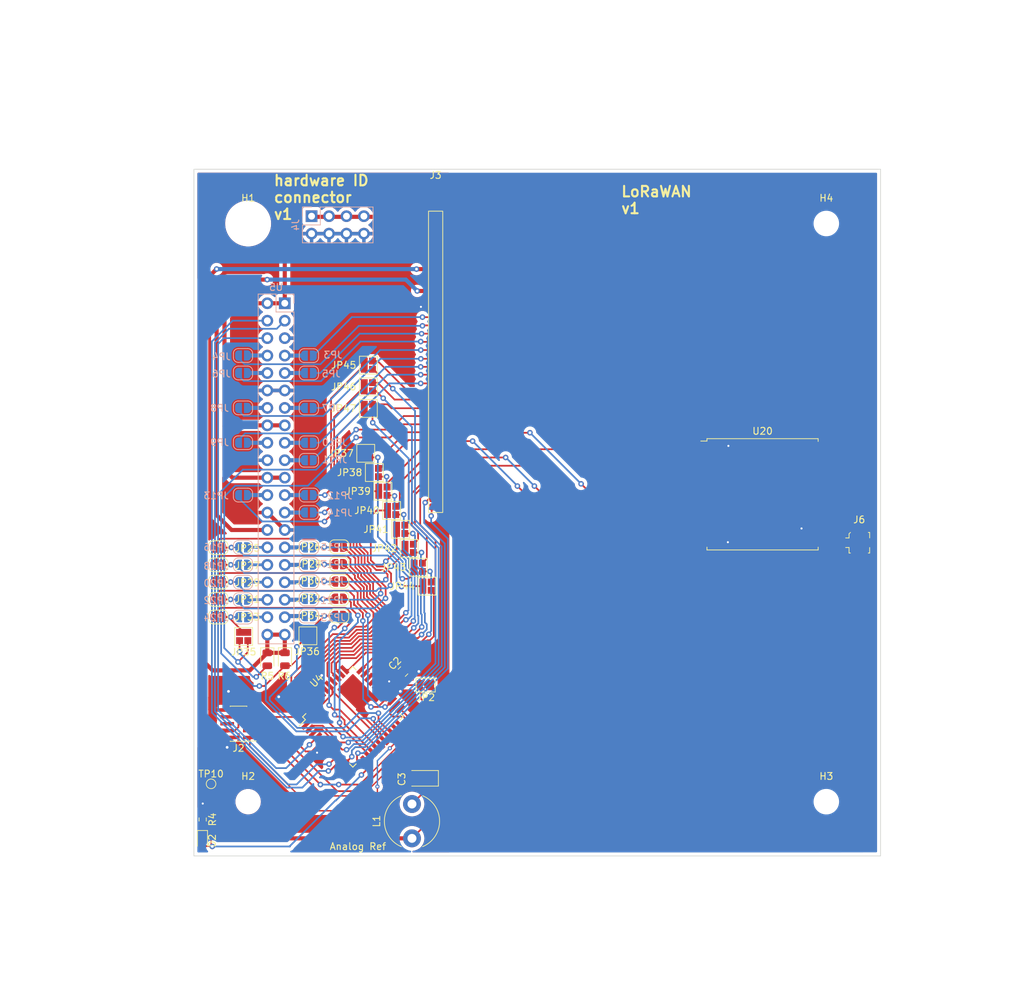
<source format=kicad_pcb>
(kicad_pcb (version 20211014) (generator pcbnew)
  (layers (0 "F.Cu" signal "Front") (31 "B.Cu" signal "Back") (34 "B.Paste" user) (35 "F.Paste" user) (36 "B.SilkS" user "B.Silkscreen") (37 "F.SilkS" user "F.Silkscreen") (38 "B.Mask" user) (39 "F.Mask" user) (44 "Edge.Cuts" user))
  (net 0 "")
  (net 1 "Net-(C2-Pad1)")
  (net 2 "GND")
  (net 3 "Net-(C3-Pad1)")
  (net 4 "Net-(D2-Pad1)")
  (net 5 "Net-(D2-Pad2)")
  (net 6 "/lorawan_connector/CM4_reserved_1")
  (net 7 "/lorawan_connector/CM4_reserved_3")
  (net 8 "/lorawan_connector/3V3")
  (net 9 "/lorawan_connector/CM4_reserved_2")
  (net 10 "/lorawan_connector/JTAG.SRST")
  (net 11 "/lorawan_connector/JTAG.TRST")
  (net 12 "Net-(J2-Pad9)")
  (net 13 "/lorawan_connector/12V")
  (net 14 "/lorawan_connector/feature_12V")
  (net 15 "/lorawan_connector/5V")
  (net 16 "/lorawan_connector/feature_5V")
  (net 17 "/3V3")
  (net 18 "/lorawan_connector/1V8")
  (net 19 "/lorawan_connector/feature_1V8")
  (net 20 "/lorawan_connector/PCM.CLK")
  (net 21 "/lorawan_connector/feature_PCM_CLK")
  (net 22 "/lorawan_connector/PCM.FS")
  (net 23 "/lorawan_connector/feature_PCM_FS")
  (net 24 "/lorawan_connector/PCM.DIN")
  (net 25 "/lorawan_connector/feature_PCM_DIN")
  (net 26 "/lorawan_connector/PCM.DOUT")
  (net 27 "/lorawan_connector/feature_PCM_DOUT")
  (net 28 "/lorawan_connector/I2C1.SDA")
  (net 29 "/lorawan_connector/feature_I2C1_SDA")
  (net 30 "/lorawan_connector/I2C1.SCL")
  (net 31 "/lorawan_connector/feature_I2C1_SCL")
  (net 32 "/lorawan_connector/SPI1.SCK")
  (net 33 "/LoRaWan_internal/SCK")
  (net 34 "/lorawan_connector/SPI1.MOSI")
  (net 35 "/LoRaWan_internal/MOSI")
  (net 36 "/lorawan_connector/SPI1.MISO")
  (net 37 "/LoRaWan_internal/MISO")
  (net 38 "Net-(J3-Pad15)")
  (net 39 "/lorawan_connector/feature_SPI2_SCK")
  (net 40 "Net-(J3-Pad16)")
  (net 41 "/lorawan_connector/feature_SPI2_MOSI")
  (net 42 "Net-(J3-Pad17)")
  (net 43 "/lorawan_connector/feature_SPI2_MISO")
  (net 44 "Net-(J3-Pad18)")
  (net 45 "/LoRaWan_internal/NSS")
  (net 46 "Net-(J3-Pad19)")
  (net 47 "/LoRaWan_internal/RESET")
  (net 48 "Net-(J3-Pad20)")
  (net 49 "/LoRaWan_internal/DIO2")
  (net 50 "Net-(J3-Pad21)")
  (net 51 "/LoRaWan_internal/DIO4")
  (net 52 "Net-(J3-Pad22)")
  (net 53 "/LoRaWan_internal/DIO5")
  (net 54 "Net-(J3-Pad23)")
  (net 55 "/LoRaWan_internal/DIO0")
  (net 56 "Net-(J3-Pad24)")
  (net 57 "/LoRaWan_internal/DIO1")
  (net 58 "Net-(J3-Pad25)")
  (net 59 "/LoRaWan_internal/DIO3")
  (net 60 "Net-(J3-Pad26)")
  (net 61 "/lorawan_connector/feature_GPIO_9")
  (net 62 "Net-(J3-Pad27)")
  (net 63 "/lorawan_connector/feature_GPIO_10")
  (net 64 "Net-(J3-Pad28)")
  (net 65 "/lorawan_connector/feature_INT0")
  (net 66 "Net-(J3-Pad29)")
  (net 67 "/lorawan_connector/feature_INT1")
  (net 68 "Net-(J6-Pad1)")
  (net 69 "Net-(JP3-Pad1)")
  (net 70 "Net-(JP4-Pad1)")
  (net 71 "Net-(JP5-Pad1)")
  (net 72 "Net-(JP6-Pad1)")
  (net 73 "Net-(JP7-Pad1)")
  (net 74 "Net-(JP8-Pad1)")
  (net 75 "Net-(JP9-Pad1)")
  (net 76 "Net-(JP10-Pad1)")
  (net 77 "Net-(JP11-Pad1)")
  (net 78 "Net-(JP12-Pad1)")
  (net 79 "/lorawan_connector/SPI2.SCK")
  (net 80 "Net-(JP13-Pad1)")
  (net 81 "/lorawan_connector/SPI2.MOSI")
  (net 82 "Net-(JP14-Pad1)")
  (net 83 "/lorawan_connector/SPI2.MISO")
  (net 84 "Net-(JP15-Pad1)")
  (net 85 "/lorawan_connector/GPIO.9")
  (net 86 "Net-(JP16-Pad1)")
  (net 87 "/lorawan_connector/GPIO.10")
  (net 88 "Net-(JP17-Pad1)")
  (net 89 "/lorawan_connector/GPIO.7")
  (net 90 "Net-(JP18-Pad1)")
  (net 91 "/lorawan_connector/GPIO.8")
  (net 92 "Net-(JP19-Pad1)")
  (net 93 "/lorawan_connector/GPIO.5")
  (net 94 "Net-(JP20-Pad1)")
  (net 95 "/lorawan_connector/GPIO.6")
  (net 96 "Net-(JP21-Pad1)")
  (net 97 "/lorawan_connector/GPIO.3")
  (net 98 "Net-(JP22-Pad1)")
  (net 99 "/lorawan_connector/GPIO.4")
  (net 100 "Net-(JP23-Pad1)")
  (net 101 "/lorawan_connector/GPIO.1")
  (net 102 "Net-(JP24-Pad1)")
  (net 103 "/lorawan_connector/GPIO.2")
  (net 104 "Net-(JP25-Pad2)")
  (net 105 "Net-(JP26-Pad2)")
  (net 106 "Net-(JP27-Pad2)")
  (net 107 "Net-(JP28-Pad2)")
  (net 108 "Net-(JP29-Pad2)")
  (net 109 "Net-(JP30-Pad2)")
  (net 110 "Net-(JP31-Pad2)")
  (net 111 "Net-(JP32-Pad2)")
  (net 112 "Net-(JP33-Pad2)")
  (net 113 "Net-(JP34-Pad2)")
  (net 114 "Net-(JP35-Pad3)")
  (net 115 "Net-(JP36-Pad3)")
  (net 116 "/lorawan_connector/PA0")
  (net 117 "/lorawan_connector/PA1")
  (net 118 "/lorawan_connector/PA2")
  (net 119 "/lorawan_connector/PA3")
  (net 120 "/lorawan_connector/PA4")
  (net 121 "/lorawan_connector/PA5")
  (net 122 "/lorawan_connector/PA6")
  (net 123 "/lorawan_connector/PA7")
  (net 124 "/lorawan_connector/uC_SPI..SCK")
  (net 125 "/lorawan_connector/uC_SPI..MISO")
  (net 126 "/lorawan_connector/uC_SPI..MOSI")
  (net 127 "/lorawan_connector/CM4_reset_feature")
  (net 130 "/lorawan_connector/CM4_UART_Tx")
  (net 131 "/lorawan_connector/CM4_UART_Rx")
  (footprint "hardware_id:3_way_solder_jumper" (layer "F.Cu") (at 102.861 96.5035)
    (fp_text reference "JP39")
    (fp_text value "Sloder_Jumper_3")
  )
  (footprint "Jumper:SolderJumper-2_P1.3mm_Open_RoundedPad1.0x1.5mm" (layer "F.Cu") (at 78.897 104.7155 180)
    (fp_text reference "JP25")
    (fp_text value "SolderJumper_2_Open")
  )
  (footprint "hardware_id:3_way_solder_jumper" (layer "F.Cu") (at 100.746 84.4435)
    (fp_text reference "JP47")
    (fp_text value "Sloder_Jumper_3")
  )
  (footprint "Jumper:SolderJumper-2_P1.3mm_Open_RoundedPad1.0x1.5mm" (layer "F.Cu") (at 96.486 107.1235)
    (fp_text reference "JP28")
    (fp_text value "SolderJumper_2_Open")
  )
  (footprint "Jumper:SolderJumper-2_P1.3mm_Open_RoundedPad1.0x1.5mm" (layer "F.Cu") (at 96.486 112.1535)
    (fp_text reference "JP32")
    (fp_text value "SolderJumper_2_Open")
  )
  (footprint "hardware_id:3_way_solder_jumper" (layer "F.Cu") (at 104.136 99.3035)
    (fp_text reference "JP40")
    (fp_text value "Sloder_Jumper_3")
  )
  (footprint "hardware_id:3_way_solder_jumper" (layer "F.Cu") (at 91.936 117.5535 -90)
    (fp_text reference "JP36")
    (fp_text value "Sloder_Jumper_3")
  )
  (footprint "hardware_id:3_way_solder_jumper" (layer "F.Cu") (at 105.461 102.0535)
    (fp_text reference "JP41")
    (fp_text value "Sloder_Jumper_3")
  )
  (footprint "MountingHole:MountingHole_2.7mm_M2.5" (layer "F.Cu") (at 167.436 141.7135)
    (fp_text reference "H3")
    (fp_text value "MountingHole")
  )
  (footprint "hardware_id:3_way_solder_jumper" (layer "F.Cu") (at 109.286 110.3285)
    (fp_text reference "JP44")
    (fp_text value "Sloder_Jumper_3")
  )
  (footprint "hardware_id:3_way_solder_jumper" (layer "F.Cu") (at 100.746 81.2935)
    (fp_text reference "JP46")
    (fp_text value "Sloder_Jumper_3")
  )
  (footprint "Jumper:SolderJumper-2_P1.3mm_Open_RoundedPad1.0x1.5mm" (layer "F.Cu") (at 78.897 107.2155 180)
    (fp_text reference "JP27")
    (fp_text value "SolderJumper_2_Open")
  )
  (footprint "LED_SMD:LED_0805_2012Metric" (layer "F.Cu") (at 88.596 120.9735 -90)
    (fp_text reference "R6")
    (fp_text value "2K2")
  )
  (footprint "Connector_PinHeader_1.00mm:PinHeader_2x05_P1.00mm_Vertical_SMD" (layer "F.Cu") (at 81.836 130.3635 180)
    (fp_text reference "J2")
    (fp_text value "AVR-JTAG-10")
  )
  (footprint "LED_SMD:LED_0805_2012Metric" (layer "F.Cu") (at 86.026 120.9835 -90)
    (fp_text reference "R5")
    (fp_text value "2K2")
  )
  (footprint "Capacitor_SMD:C_0805_2012Metric" (layer "F.Cu") (at 105.786 122.7635 45)
    (fp_text reference "C2")
    (fp_text value "10n")
  )
  (footprint "hardware_id:3_way_solder_jumper" (layer "F.Cu") (at 82.586 117.6535 -90)
    (fp_text reference "JP35")
    (fp_text value "Sloder_Jumper_3")
  )
  (footprint "MountingHole:MountingHole_2.7mm_M2.5" (layer "F.Cu") (at 83.236 141.7135)
    (fp_text reference "H2")
    (fp_text value "MountingHole")
  )
  (footprint "hardware_id:3_way_solder_jumper" (layer "F.Cu") (at 100.746 78.1435)
    (fp_text reference "JP45")
    (fp_text value "Sloder_Jumper_3")
  )
  (footprint "hardware_id:3_way_solder_jumper" (layer "F.Cu") (at 106.686 104.8285)
    (fp_text reference "JP42")
    (fp_text value "Sloder_Jumper_3")
  )
  (footprint "Jumper:SolderJumper-2_P1.3mm_Open_RoundedPad1.0x1.5mm" (layer "F.Cu") (at 78.896 114.8235 180)
    (fp_text reference "JP33")
    (fp_text value "SolderJumper_2_Open")
  )
  (footprint "Jumper:SolderJumper-2_P1.3mm_Open_RoundedPad1.0x1.5mm" (layer "F.Cu") (at 78.896 109.7335 180)
    (fp_text reference "JP29")
    (fp_text value "SolderJumper_2_Open")
  )
  (footprint "hardware_id:3_way_solder_jumper" (layer "F.Cu") (at 108.011 107.5785)
    (fp_text reference "JP43")
    (fp_text value "Sloder_Jumper_3")
  )
  (footprint "LED_SMD:LED_1206_3216Metric" (layer "F.Cu") (at 108.656 138.3135 180)
    (fp_text reference "C3")
    (fp_text value "100n")
  )
  (footprint "LED_SMD:LED_0603_1608Metric" (layer "F.Cu") (at 76.586 147.396347 -90)
    (fp_text reference "D2")
    (fp_text value "LED Green")
  )
  (footprint "MountingHole:MountingHole_2.7mm_M2.5" (layer "F.Cu") (at 167.436 57.5135)
    (fp_text reference "H4")
    (fp_text value "MountingHole")
  )
  (footprint "MountingHole:MountingHole_2.7mm_M2.5" (layer "F.Cu") (at 83.236 57.5135)
    (fp_text reference "H1")
    (fp_text value "MountingHole")
  )
  (footprint "RF_Module:HOPERF_RFM9XW_SMD" (layer "F.Cu") (at 158.15 96.95)
    (fp_text reference "U20")
    (fp_text value "RFM96W-433S2")
  )
  (footprint "Jumper:SolderJumper-2_P1.3mm_Open_TrianglePad1.0x1.5mm" (layer "F.Cu") (at 109.086 124.7385 180)
    (fp_text reference "JP2")
    (fp_text value "SolderJumper_2_Open")
  )
  (footprint "hardware_id:3_way_solder_jumper" (layer "F.Cu") (at 101.611 93.7785)
    (fp_text reference "JP38")
    (fp_text value "Sloder_Jumper_3")
  )
  (footprint "Jumper:SolderJumper-2_P1.3mm_Open_RoundedPad1.0x1.5mm" (layer "F.Cu") (at 78.896 112.2635 180)
    (fp_text reference "JP31")
    (fp_text value "SolderJumper_2_Open")
  )
  (footprint "hardware_id:3_way_solder_jumper" (layer "F.Cu") (at 100.361 90.9785)
    (fp_text reference "JP37")
    (fp_text value "Sloder_Jumper_3")
  )
  (footprint "Connector_Coaxial:U.FL_Molex_MCRF_73412-0110_Vertical" (layer "F.Cu") (at 172.25 104 -90)
    (fp_text reference "J6")
    (fp_text value "U.FL Connector")
  )
  (footprint "Resistor_SMD:R_0603_1608Metric" (layer "F.Cu") (at 76.616 144.2995 -90)
    (fp_text reference "R4")
    (fp_text value "120")
  )
  (footprint "Jumper:SolderJumper-2_P1.3mm_Open_RoundedPad1.0x1.5mm" (layer "F.Cu") (at 96.486 104.5835)
    (fp_text reference "JP26")
    (fp_text value "SolderJumper_2_Open")
  )
  (footprint "Inductor_THT:L_Radial_D7.8mm_P5.00mm_Fastron_07HCP" (layer "F.Cu") (at 107.096 147.0535 90)
    (fp_text reference "L1")
    (fp_text value "10m")
  )
  (footprint "Package_QFP:TQFP-44_10x10mm_P0.8mm" (layer "F.Cu") (at 98.486 129.3635 45)
    (fp_text reference "U4")
    (fp_text value "ATmega32-16A")
  )
  (footprint "Jumper:SolderJumper-2_P1.3mm_Open_RoundedPad1.0x1.5mm" (layer "F.Cu") (at 96.486 109.6535)
    (fp_text reference "JP30")
    (fp_text value "SolderJumper_2_Open")
  )
  (footprint "TestPoint:TestPoint_Pad_D1.0mm" (layer "F.Cu") (at 77.836 139.1135)
    (fp_text reference "TP10")
    (fp_text value "TestPoint")
  )
  (footprint "hardware_id:hardware_ID_feature_connector" (layer "F.Cu") (at 110.536 80.7885)
    (fp_text reference "J3")
    (fp_text value "Hardware_ID_feature_connector")
  )
  (footprint "Jumper:SolderJumper-2_P1.3mm_Open_RoundedPad1.0x1.5mm" (layer "F.Cu") (at 96.486 114.6535)
    (fp_text reference "JP34")
    (fp_text value "SolderJumper_2_Open")
  )
  (footprint "Jumper:SolderJumper-2_P1.3mm_Open_RoundedPad1.0x1.5mm" (layer "B.Cu") (at 92.086 112.1835)
    (fp_text reference "JP21")
    (fp_text value "SolderJumper_2_Open")
  )
  (footprint "Jumper:SolderJumper-2_P1.3mm_Open_RoundedPad1.0x1.5mm" (layer "B.Cu") (at 92.086 76.7535)
    (fp_text reference "JP3")
    (fp_text value "SolderJumper_2_Open")
  )
  (footprint "Jumper:SolderJumper-2_P1.3mm_Open_RoundedPad1.0x1.5mm" (layer "B.Cu") (at 92.086 99.6035)
    (fp_text reference "JP14")
    (fp_text value "SolderJumper_2_Open")
  )
  (footprint "Jumper:SolderJumper-2_P1.3mm_Open_RoundedPad1.0x1.5mm" (layer "B.Cu") (at 82.496 107.2135 180)
    (fp_text reference "JP18")
    (fp_text value "SolderJumper_2_Open")
  )
  (footprint "Jumper:SolderJumper-2_P1.3mm_Open_RoundedPad1.0x1.5mm" (layer "B.Cu") (at 82.496 104.6735 180)
    (fp_text reference "JP16")
    (fp_text value "SolderJumper_2_Open")
  )
  (footprint "Connector_PinHeader_2.54mm:PinHeader_2x20_P2.54mm_Vertical" (layer "B.Cu") (at 88.571 69.1285 180)
    (fp_text reference "U5")
    (fp_text value "slice_connector_male")
  )
  (footprint "Jumper:SolderJumper-2_P1.3mm_Open_RoundedPad1.0x1.5mm" (layer "B.Cu") (at 82.486 89.4385 180)
    (fp_text reference "JP9")
    (fp_text value "SolderJumper_2_Open")
  )
  (footprint "Jumper:SolderJumper-2_P1.3mm_Open_RoundedPad1.0x1.5mm" (layer "B.Cu") (at 82.486 84.3635 180)
    (fp_text reference "JP8")
    (fp_text value "SolderJumper_2_Open")
  )
  (footprint "Connector_PinHeader_2.54mm:PinHeader_2x04_P2.54mm_Vertical" (layer "B.Cu") (at 92.475 56.45 -90)
    (fp_text reference "J4")
    (fp_text value "Conn_02x04_Odd_Even")
  )
  (footprint "Jumper:SolderJumper-2_P1.3mm_Open_RoundedPad1.0x1.5mm" (layer "B.Cu") (at 92.086 79.2835)
    (fp_text reference "JP5")
    (fp_text value "SolderJumper_2_Open")
  )
  (footprint "Jumper:SolderJumper-2_P1.3mm_Open_RoundedPad1.0x1.5mm" (layer "B.Cu") (at 82.486 79.2835 180)
    (fp_text reference "JP6")
    (fp_text value "SolderJumper_2_Open")
  )
  (footprint "Jumper:SolderJumper-2_P1.3mm_Open_RoundedPad1.0x1.5mm" (layer "B.Cu") (at 82.496 112.2935 180)
    (fp_text reference "JP22")
    (fp_text value "SolderJumper_2_Open")
  )
  (footprint "Jumper:SolderJumper-2_P1.3mm_Open_RoundedPad1.0x1.5mm" (layer "B.Cu") (at 92.076 84.3735)
    (fp_text reference "JP7")
    (fp_text value "SolderJumper_2_Open")
  )
  (footprint "Jumper:SolderJumper-2_P1.3mm_Open_RoundedPad1.0x1.5mm" (layer "B.Cu") (at 92.086 104.6835)
    (fp_text reference "JP15")
    (fp_text value "SolderJumper_2_Open")
  )
  (footprint "Jumper:SolderJumper-2_P1.3mm_Open_RoundedPad1.0x1.5mm" (layer "B.Cu") (at 92.086 109.6835)
    (fp_text reference "JP19")
    (fp_text value "SolderJumper_2_Open")
  )
  (footprint "Jumper:SolderJumper-2_P1.3mm_Open_RoundedPad1.0x1.5mm" (layer "B.Cu") (at 92.086 114.6835)
    (fp_text reference "JP23")
    (fp_text value "SolderJumper_2_Open")
  )
  (footprint "Jumper:SolderJumper-2_P1.3mm_Open_RoundedPad1.0x1.5mm" (layer "B.Cu") (at 82.496 109.7535 180)
    (fp_text reference "JP20")
    (fp_text value "SolderJumper_2_Open")
  )
  (footprint "Jumper:SolderJumper-2_P1.3mm_Open_RoundedPad1.0x1.5mm" (layer "B.Cu") (at 82.486 76.7335 180)
    (fp_text reference "JP4")
    (fp_text value "SolderJumper_2_Open")
  )
  (footprint "Jumper:SolderJumper-2_P1.3mm_Open_RoundedPad1.0x1.5mm" (layer "B.Cu") (at 92.086 89.4435)
    (fp_text reference "JP10")
    (fp_text value "SolderJumper_2_Open")
  )
  (footprint "Jumper:SolderJumper-2_P1.3mm_Open_RoundedPad1.0x1.5mm" (layer "B.Cu") (at 92.086 91.9935)
    (fp_text reference "JP11")
    (fp_text value "SolderJumper_2_Open")
  )
  (footprint "Jumper:SolderJumper-2_P1.3mm_Open_RoundedPad1.0x1.5mm" (layer "B.Cu") (at 82.486 97.0635 180)
    (fp_text reference "JP13")
    (fp_text value "SolderJumper_2_Open")
  )
  (footprint "Jumper:SolderJumper-2_P1.3mm_Open_RoundedPad1.0x1.5mm" (layer "B.Cu") (at 92.086 97.0635)
    (fp_text reference "JP12")
    (fp_text value "SolderJumper_2_Open")
  )
  (footprint "Jumper:SolderJumper-2_P1.3mm_Open_RoundedPad1.0x1.5mm" (layer "B.Cu") (at 82.506 114.8335 180)
    (fp_text reference "JP24")
    (fp_text value "SolderJumper_2_Open")
  )
  (footprint "Jumper:SolderJumper-2_P1.3mm_Open_RoundedPad1.0x1.5mm" (layer "B.Cu") (at 92.086 107.1835)
    (fp_text reference "JP17")
    (fp_text value "SolderJumper_2_Open")
  )
  (gr_rect (start 75.336 49.6135) (end 175.336 149.6135) (layer "Edge.Cuts") (width 0.1) (fill none))
  (gr_text "Analog Ref" (at 99.222 148.2365) (layer "F.SilkS") (effects (font (size 1 1))))
  (gr_text "hardware ID\nconnector\nv1" (at 86.836 53.7135) (layer "F.SilkS") (effects (font (size 1.524 1.524) (thickness 0.3048)) (justify left)))
  (gr_text "LoRaWAN\nv1" (at 137.425 54.1) (layer "F.SilkS") (effects (font (size 1.524 1.524) (thickness 0.3048)) (justify left)))
  (segment (start 103.282878 123.435251) (end 105.114249 123.435251) (width 0.25) (layer "F.Cu") (net 1))
  (segment (start 103.282878 123.435251) (end 101.950823 124.767306) (width 0.25) (layer "F.Cu") (net 1))
  (segment (start 172.25 102.525) (end 172.275 102.525) (width 0.4) (layer "F.Cu") (net 2))
  (segment (start 110.036 69.9885) (end 111.036 69.9885) (width 0.2) (layer "F.Cu") (net 2))
  (segment (start 103.775 124.2) (end 103.6495 124.2) (width 0.2) (layer "F.Cu") (net 2))
  (segment (start 76.616 143.4745) (end 76.616 141.995) (width 0.2) (layer "F.Cu") (net 2))
  (segment (start 102.48241 132.228539) (end 102.48241 131.73991) (width 0.25) (layer "F.Cu") (net 2))
  (segment (start 108.7385 69.9885) (end 108.4 69.65) (width 0.2) (layer "F.Cu") (net 2))
  (segment (start 94.455491 133.394009) (end 94.455491 133.394509) (width 0.2) (layer "F.Cu") (net 2))
  (segment (start 110.036 69.9885) (end 108.7385 69.9885) (width 0.2) (layer "F.Cu") (net 2))
  (segment (start 102.516509 125.332991) (end 99.766531 128.082969) (width 0.25) (layer "F.Cu") (net 2))
  (segment (start 103.6495 124.2) (end 102.516509 125.332991) (width 0.2) (layer "F.Cu") (net 2))
  (segment (start 94.455491 133.394509) (end 93.275 134.575) (width 0.2) (layer "F.Cu") (net 2))
  (segment (start 150.15 103.95) (end 153.075 103.95) (width 0.6) (layer "F.Cu") (net 2))
  (segment (start 171.675 101.95) (end 172.25 102.525) (width 0.4) (layer "F.Cu") (net 2))
  (segment (start 166.15 101.95) (end 163.85 101.95) (width 0.4) (layer "F.Cu") (net 2))
  (segment (start 153.125 89.95) (end 153.175 89.9) (width 0.6) (layer "F.Cu") (net 2))
  (segment (start 166.15 101.95) (end 171.675 101.95) (width 0.4) (layer "F.Cu") (net 2))
  (segment (start 102.48241 131.73991) (end 99.056 128.3135) (width 0.25) (layer "F.Cu") (net 2))
  (segment (start 163.85 101.95) (end 163.825 101.925) (width 0.4) (layer "F.Cu") (net 2))
  (segment (start 93.946 124.8235) (end 93.946 123.3235) (width 0.25) (layer "F.Cu") (net 2))
  (segment (start 172.275 102.525) (end 173.75 104) (width 0.4) (layer "F.Cu") (net 2))
  (segment (start 80.186 128.3635) (end 77.596 128.3635) (width 0.25) (layer "F.Cu") (net 2))
  (segment (start 173.725 104) (end 172.25 105.475) (width 0.4) (layer "F.Cu") (net 2))
  (segment (start 87.696 126.4435) (end 77.646 126.4435) (width 0.25) (layer "F.Cu") (net 2))
  (segment (start 77.556 126.5335) (end 77.646 126.4435) (width 0.25) (layer "F.Cu") (net 2))
  (segment (start 99.056 128.3135) (end 99.286531 128.082969) (width 0.25) (layer "F.Cu") (net 2))
  (segment (start 150.15 89.95) (end 153.125 89.95) (width 0.6) (layer "F.Cu") (net 2))
  (segment (start 76.616 141.995) (end 76.625 141.986) (width 0.2) (layer "F.Cu") (net 2))
  (segment (start 103.082194 132.828323) (end 102.48241 132.228539) (width 0.25) (layer "F.Cu") (net 2))
  (segment (start 99.286531 128.082969) (end 99.766531 128.082969) (width 0.25) (layer "F.Cu") (net 2))
  (segment (start 153.075 103.95) (end 153.1 103.925) (width 0.6) (layer "F.Cu") (net 2))
  (segment (start 77.556 126.5335) (end 77.556 128.3235) (width 0.25) (layer "F.Cu") (net 2))
  (segment (start 88.571 102.1485) (end 86.031 99.6085) (width 0.6) (layer "F.Cu") (net 2))
  (segment (start 173.75 104) (end 173.725 104) (width 0.4) (layer "F.Cu") (net 2))
  (segment (start 77.596 128.3635) (end 77.556 128.3235) (width 0.25) (layer "F.Cu") (net 2))
  (segment (start 94.455491 125.332991) (end 93.946 124.8235) (width 0.25) (layer "F.Cu") (net 2))
  (via (at 108.4 69.65) (size 0.6) (drill 0.3) (layers "F.Cu" "B.Cu") (net 2))
  (via (at 80.375 125.65) (size 0.8) (drill 0.4) (layers "F.Cu" "B.Cu") (net 2))
  (via (at 153.1 103.925) (size 0.6) (drill 0.3) (layers "F.Cu" "B.Cu") (net 2))
  (via (at 93.946 123.3235) (size 0.8) (drill 0.4) (layers "F.Cu" "B.Cu") (net 2))
  (via (at 105.4 125.65) (size 0.8) (drill 0.4) (layers "F.Cu" "B.Cu") (net 2))
  (via (at 108.1 122.75) (size 0.8) (drill 0.4) (layers "F.Cu" "B.Cu") (net 2))
  (via (at 80.175 133.8) (size 0.8) (drill 0.4) (layers "F.Cu" "B.Cu") (net 2))
  (via (at 87.696 126.4435) (size 0.8) (drill 0.4) (layers "F.Cu" "B.Cu") (net 2))
  (via (at 93.275 134.575) (size 0.6) (drill 0.3) (layers "F.Cu" "B.Cu") (net 2))
  (via (at 103.775 124.2) (size 0.6) (drill 0.3) (layers "F.Cu" "B.Cu") (net 2))
  (via (at 153.175 89.9) (size 0.6) (drill 0.3) (layers "F.Cu" "B.Cu") (net 2))
  (via (at 163.825 101.925) (size 0.6) (drill 0.3) (layers "F.Cu" "B.Cu") (net 2))
  (via (at 76.625 141.986) (size 0.6) (drill 0.3) (layers "F.Cu" "B.Cu") (net 2))
  (segment (start 105.4 125.65) (end 105.225 125.65) (width 0.2) (layer "B.Cu") (net 2))
  (segment (start 105.225 125.65) (end 103.775 124.2) (width 0.2) (layer "B.Cu") (net 2))
  (segment (start 93.946 123.3235) (end 90.816 123.3235) (width 0.25) (layer "B.Cu") (net 2))
  (segment (start 90.816 123.3235) (end 87.696 126.4435) (width 0.25) (layer "B.Cu") (net 2))
  (segment (start 108.1 122.95) (end 108.1 122.75) (width 0.2) (layer "B.Cu") (net 2))
  (segment (start 105.4 125.65) (end 108.1 122.95) (width 0.2) (layer "B.Cu") (net 2))
  (segment (start 110.144 139.0055) (end 110.144 128.4715) (width 0.25) (layer "F.Cu") (net 3))
  (segment (start 107.096 142.0535) (end 110.144 139.0055) (width 0.25) (layer "F.Cu") (net 3))
  (segment (start 110.144 128.4715) (end 108.361 126.6885) (width 0.25) (layer "F.Cu") (net 3))
  (segment (start 103.100823 125.898677) (end 104.261 124.7385) (width 0.25) (layer "F.Cu") (net 3))
  (segment (start 108.361 126.6885) (end 108.361 124.7385) (width 0.25) (layer "F.Cu") (net 3))
  (segment (start 104.261 124.7385) (end 108.361 124.7385) (width 0.25) (layer "F.Cu") (net 3))
  (segment (start 76.616 145.1245) (end 76.616 146.578847) (width 0.25) (layer "F.Cu") (net 4))
  (segment (start 76.616 146.578847) (end 76.586 146.608847) (width 0.25) (layer "F.Cu") (net 4))
  (segment (start 100.253767 135.65675) (end 100.737386 136.140369) (width 0.25) (layer "F.Cu") (net 5))
  (segment (start 77.836 143.8885) (end 77.836 139.1135) (width 0.15) (layer "F.Cu") (net 5))
  (segment (start 100.737386 136.815114) (end 99.73 137.8225) (width 0.25) (layer "F.Cu") (net 5))
  (segment (start 100.737386 136.140369) (end 100.737386 136.815114) (width 0.25) (layer "F.Cu") (net 5))
  (segment (start 77.836 143.8885) (end 77.836 148.0595) (width 0.15) (layer "F.Cu") (net 5))
  (segment (start 76.586 148.183847) (end 77.960347 148.183847) (width 0.25) (layer "F.Cu") (net 5))
  (segment (start 77.836 148.0595) (end 78.013 148.2365) (width 0.15) (layer "F.Cu") (net 5))
  (segment (start 77.960347 148.183847) (end 78.013 148.2365) (width 0.25) (layer "F.Cu") (net 5))
  (via (at 78.013 148.2365) (size 0.8) (drill 0.4) (layers "F.Cu" "B.Cu") (net 5))
  (via (at 99.73 137.8225) (size 0.8) (drill 0.4) (layers "F.Cu" "B.Cu") (net 5))
  (segment (start 99.73 137.8225) (end 96.0125 141.54) (width 0.25) (layer "B.Cu") (net 5))
  (segment (start 89.316 148.1735) (end 95.9495 141.54) (width 0.25) (layer "B.Cu") (net 5))
  (segment (start 95.9495 141.54) (end 96.0125 141.54) (width 0.25) (layer "B.Cu") (net 5))
  (segment (start 78.013 148.2365) (end 89.316 148.2365) (width 0.25) (layer "B.Cu") (net 5))
  (segment (start 89.316 148.2365) (end 89.316 148.1735) (width 0.25) (layer "B.Cu") (net 5))
  (segment (start 92.836 143.0385) (end 99.361 143.0385) (width 0.2) (layer "F.Cu") (net 6))
  (segment (start 83.486 132.3635) (end 83.486 133.6885) (width 0.2) (layer "F.Cu") (net 6))
  (segment (start 99.361 143.0385) (end 102.061 140.3385) (width 0.2) (layer "F.Cu") (net 6))
  (segment (start 105.237869 131.589886) (end 105.237869 132.561631) (width 0.2) (layer "F.Cu") (net 6))
  (segment (start 102.061 140.3385) (end 102.061 139.5135) (width 0.2) (layer "F.Cu") (net 6))
  (segment (start 105.237869 132.561631) (end 103.8735 133.926) (width 0.2) (layer "F.Cu") (net 6))
  (segment (start 83.486 133.6885) (end 92.836 143.0385) (width 0.2) (layer "F.Cu") (net 6))
  (via (at 102.061 139.5135) (size 0.6) (drill 0.3) (layers "F.Cu" "B.Cu") (net 6))
  (via (at 103.8735 133.926) (size 0.6) (drill 0.3) (layers "F.Cu" "B.Cu") (net 6))
  (segment (start 102.061 135.7385) (end 103.8735 133.926) (width 0.2) (layer "B.Cu") (net 6))
  (segment (start 102.061 139.5135) (end 102.061 135.7385) (width 0.2) (layer "B.Cu") (net 6))
  (segment (start 107.92652 132.89798) (end 107.486 133.3385) (width 0.2) (layer "F.Cu") (net 7))
  (segment (start 107.92652 132.87298) (end 107.92652 132.89798) (width 0.2) (layer "F.Cu") (net 7))
  (segment (start 99.856162 140.8705) (end 94.142 140.8705) (width 0.2) (layer "F.Cu") (net 7))
  (segment (start 107.92652 130.743002) (end 105.344936 128.161418) (width 0.25) (layer "F.Cu") (net 7))
  (segment (start 107.486 133.3385) (end 107.388162 133.3385) (width 0.2) (layer "F.Cu") (net 7))
  (segment (start 107.388162 133.3385) (end 99.856162 140.8705) (width 0.2) (layer "F.Cu") (net 7))
  (segment (start 94.142 140.8705) (end 93.848 140.5765) (width 0.2) (layer "F.Cu") (net 7))
  (segment (start 83.486 131.3635) (end 84.635 131.3635) (width 0.25) (layer "F.Cu") (net 7))
  (segment (start 107.92652 132.87298) (end 107.92652 130.743002) (width 0.25) (layer "F.Cu") (net 7))
  (segment (start 84.635 131.3635) (end 93.848 140.5765) (width 0.25) (layer "F.Cu") (net 7))
  (segment (start 88.571 117.3885) (end 88.571 120.011) (width 0.6) (layer "F.Cu") (net 8))
  (segment (start 76.616 133.1435) (end 79.356 135.8835) (width 0.6) (layer "F.Cu") (net 8))
  (segment (start 95.504795 125.250924) (end 95.504795 126.045705) (width 0.25) (layer "F.Cu") (net 8))
  (segment (start 78.061 122.5885) (end 76.616 121.1435) (width 0.6) (layer "F.Cu") (net 8))
  (segment (start 76.936978 131.3635) (end 80.186 131.3635) (width 0.6) (layer "F.Cu") (net 8))
  (segment (start 95.021177 124.767306) (end 95.504795 125.250924) (width 0.25) (layer "F.Cu") (net 8))
  (segment (start 82.585 127.5355) (end 82.161489 127.959011) (width 0.25) (layer "F.Cu") (net 8))
  (segment (start 79.356 142.358293) (end 79.346 142.368293) (width 0.6) (layer "F.Cu") (net 8))
  (segment (start 76.616 66.1735) (end 78.646 64.1435) (width 0.6) (layer "F.Cu") (net 8))
  (segment (start 86.031 117.3885) (end 86.031 120.041) (width 0.6) (layer "F.Cu") (net 8))
  (segment (start 93.889806 132.994694) (end 92.491 134.3935) (width 0.25) (layer "F.Cu") (net 8))
  (segment (start 109.961 64.1535) (end 107.756 64.1535) (width 0.6) (layer "F.Cu") (net 8))
  (segment (start 102.03289 132.003145) (end 101.915645 132.003145) (width 0.25) (layer "F.Cu") (net 8))
  (segment (start 81.297 131.3635) (end 80.186 131.3635) (width 0.25) (layer "F.Cu") (net 8))
  (segment (start 107.096 147.0535) (end 111.421 142.7285) (width 0.25) (layer "F.Cu") (net 8))
  (segment (start 80.746 147.0535) (end 107.096 147.0535) (width 0.6) (layer "F.Cu") (net 8))
  (segment (start 86.026 120.046) (end 83.4835 122.5885) (width 0.6) (layer "F.Cu") (net 8))
  (segment (start 82.161489 128.938011) (end 82.586978 129.3635) (width 0.25) (layer "F.Cu") (net 8))
  (segment (start 102.03289 132.91039) (end 102.516509 133.394009) (width 0.25) (layer "F.Cu") (net 8))
  (segment (start 79.346 142.368293) (end 79.346 145.6535) (width 0.6) (layer "F.Cu") (net 8))
  (segment (start 111.421 126.3485) (end 109.811 124.7385) (width 0.25) (layer "F.Cu") (net 8))
  (segment (start 84.744 127.5355) (end 91.602 134.3935) (width 0.25) (layer "F.Cu") (net 8))
  (segment (start 95.504795 126.045705) (end 92.1735 129.377) (width 0.25) (layer "F.Cu") (net 8))
  (segment (start 92.491 134.3935) (end 91.602 134.3935) (width 0.25) (layer "F.Cu") (net 8))
  (segment (start 76.616 66.1735) (end 76.616 133.1435) (width 0.6) (layer "F.Cu") (net 8))
  (segment (start 92.1735 129.377) (end 86.5855 129.377) (width 0.25) (layer "F.Cu") (net 8))
  (segment (start 111.421 142.7285) (end 111.421 126.3485) (width 0.25) (layer "F.Cu") (net 8))
  (segment (start 102.03289 132.003145) (end 102.03289 132.91039) (width 0.25) (layer "F.Cu") (net 8))
  (segment (start 84.744 127.5355) (end 82.585 127.5355) (width 0.25) (layer "F.Cu") (net 8))
  (segment (start 101.915645 132.003145) (end 95.504795 125.592295) (width 0.25) (layer "F.Cu") (net 8))
  (segment (start 88.596 120.036) (end 86.036 120.036) (width 0.6) (layer "F.Cu") (net 8))
  (segment (start 79.346 145.6535) (end 80.746 147.0535) (width 0.6) (layer "F.Cu") (net 8))
  (segment (start 81.823 130.8375) (end 81.297 131.3635) (width 0.25) (layer "F.Cu") (net 8))
  (segment (start 86.031 117.3885) (end 88.571 117.3885) (width 0.6) (layer "F.Cu") (net 8))
  (segment (start 83.4835 122.5885) (end 78.061 122.5885) (width 0.6) (layer "F.Cu") (net 8))
  (segment (start 79.356 135.8835) (end 79.356 142.358293) (width 0.6) (layer "F.Cu") (net 8))
  (segment (start 81.823 130.2765) (end 81.823 130.8375) (width 0.25) (layer "F.Cu") (net 8))
  (segment (start 82.161489 127.959011) (end 82.161489 128.938011) (width 0.25) (layer "F.Cu") (net 8))
  (segment (start 82.586978 129.3635) (end 83.486 129.3635) (width 0.25) (layer "F.Cu") (net 8))
  (segment (start 82.736 129.3635) (end 81.823 130.2765) (width 0.25) (layer "F.Cu") (net 8))
  (via (at 107.756 64.1535) (size 0.8) (drill 0.4) (layers "F.Cu" "B.Cu") (net 8))
  (via (at 78.646 64.1435) (size 0.8) (drill 0.4) (layers "F.Cu" "B.Cu") (net 8))
  (segment (start 78.656 64.1535) (end 78.646 64.1435) (width 0.6) (layer "B.Cu") (net 8))
  (segment (start 107.756 64.1535) (end 78.656 64.1535) (width 0.6) (layer "B.Cu") (net 8))
  (segment (start 99.476 139.2195) (end 105.976927 132.718573) (width 0.2) (layer "F.Cu") (net 9))
  (segment (start 105.976927 131.197573) (end 105.976927 132.718573) (width 0.2) (layer "F.Cu") (net 9))
  (segment (start 105.344936 130.565582) (end 105.976927 131.197573) (width 0.25) (layer "F.Cu") (net 9))
  (segment (start 93.761 139.2195) (end 84.905 130.3635) (width 0.25) (layer "F.Cu") (net 9))
  (segment (start 83.486 130.3635) (end 84.905 130.3635) (width 0.25) (layer "F.Cu") (net 9))
  (segment (start 99.476 139.2195) (end 96.428 139.2195) (width 0.25) (layer "F.Cu") (net 9))
  (via (at 96.428 139.2195) (size 0.8) (drill 0.4) (layers "F.Cu" "B.Cu") (net 9))
  (via (at 93.761 139.2195) (size 0.8) (drill 0.4) (layers "F.Cu" "B.Cu") (net 9))
  (segment (start 93.761 139.2195) (end 96.428 139.2195) (width 0.25) (layer "B.Cu") (net 9))
  (segment (start 104.302 129.3135) (end 105.826 129.3135) (width 0.25) (layer "F.Cu") (net 12))
  (segment (start 107.477 130.9645) (end 107.477 132.136782) (width 0.25) (layer "F.Cu") (net 12))
  (segment (start 105.826 129.3135) (end 107.477 130.9645) (width 0.25) (layer "F.Cu") (net 12))
  (segment (start 99.436762 140.17702) (end 96.198542 140.17702) (width 0.25) (layer "F.Cu") (net 12))
  (segment (start 107.477 132.136782) (end 99.436762 140.17702) (width 0.25) (layer "F.Cu") (net 12))
  (segment (start 103.921 128.9325) (end 104.302 129.3135) (width 0.25) (layer "F.Cu") (net 12))
  (segment (start 104.77925 127.595733) (end 103.921 128.453983) (width 0.25) (layer "F.Cu") (net 12))
  (segment (start 103.921 128.453983) (end 103.921 128.9325) (width 0.25) (layer "F.Cu") (net 12))
  (segment (start 96.198542 140.17702) (end 84.385022 128.3635) (width 0.25) (layer "F.Cu") (net 12))
  (segment (start 84.385022 128.3635) (end 83.486 128.3635) (width 0.25) (layer "F.Cu") (net 12))
  (segment (start 109.02548 56.5425) (end 109.83648 57.3535) (width 0.6) (layer "F.Cu") (net 13))
  (segment (start 92.491 56.5425) (end 109.02548 56.5425) (width 0.6) (layer "F.Cu") (net 13))
  (segment (start 81.582 69.1285) (end 88.571 69.1285) (width 0.6) (layer "F.Cu") (net 15))
  (segment (start 79.905 86.9085) (end 88.571 86.9085) (width 0.6) (layer "F.Cu") (net 15))
  (segment (start 109.961 60.7535) (end 90.693 60.7535) (width 0.6) (layer "F.Cu") (net 15))
  (segment (start 86.031 86.9085) (end 88.571 86.9085) (width 0.25) (layer "F.Cu") (net 15))
  (segment (start 79.905 86.9085) (end 79.791 87.0225) (width 0.6) (layer "F.Cu") (net 15))
  (segment (start 79.791 70.8935) (end 79.791 93.3725) (width 0.6) (layer "F.Cu") (net 15))
  (segment (start 79.791 93.3725) (end 80.947 94.5285) (width 0.6) (layer "F.Cu") (net 15))
  (segment (start 81.582 69.1285) (end 81.569 69.1155) (width 0.6) (layer "F.Cu") (net 15))
  (segment (start 90.693 60.7535) (end 88.571 62.8755) (width 0.6) (layer "F.Cu") (net 15))
  (segment (start 80.947 94.5285) (end 88.571 94.5285) (width 0.6) (layer "F.Cu") (net 15))
  (segment (start 81.569 69.1155) (end 79.791 70.8935) (width 0.6) (layer "F.Cu") (net 15))
  (segment (start 88.571 62.8755) (end 88.571 69.1285) (width 0.6) (layer "F.Cu") (net 15))
  (segment (start 86.031 94.5285) (end 88.571 94.5285) (width 0.25) (layer "F.Cu") (net 15))
  (segment (start 112.6615 64.1885) (end 112.675 64.175) (width 0.6) (layer "F.Cu") (net 17))
  (segment (start 111.8635 64.1885) (end 112.6615 64.1885) (width 0.6) (layer "F.Cu") (net 17))
  (segment (start 170.9 66.6) (end 170.9 95.7) (width 2) (layer "F.Cu") (net 17))
  (segment (start 111.8635 64.1885) (end 111.875 64.2) (width 0.6) (layer "F.Cu") (net 17))
  (segment (start 168.475 64.175) (end 170.9 66.6) (width 2) (layer "F.Cu") (net 17))
  (segment (start 170.9 95.7) (end 170.65 95.95) (width 2) (layer "F.Cu") (net 17))
  (segment (start 111.036 64.1885) (end 111.8635 64.1885) (width 0.6) (layer "F.Cu") (net 17))
  (segment (start 170.65 95.95) (end 166.15 95.95) (width 2) (layer "F.Cu") (net 17))
  (segment (start 112.675 64.175) (end 168.475 64.175) (width 2) (layer "F.Cu") (net 17))
  (segment (start 86.031 102.1485) (end 80.82 102.1485) (width 0.6) (layer "F.Cu") (net 18))
  (segment (start 78.648 99.9765) (end 78.648 67.3375) (width 0.6) (layer "F.Cu") (net 18))
  (segment (start 78.648 99.9765) (end 80.82 102.1485) (width 0.6) (layer "F.Cu") (net 18))
  (segment (start 109.745 67.3375) (end 109.961 67.5535) (width 0.6) (layer "F.Cu") (net 18))
  (segment (start 78.648 67.3375) (end 80.299 65.6865) (width 0.6) (layer "F.Cu") (net 18))
  (segment (start 80.299 65.6865) (end 86.014 65.6865) (width 0.6) (layer "F.Cu") (net 18))
  (segment (start 107.858 67.3375) (end 109.745 67.3375) (width 0.6) (layer "F.Cu") (net 18))
  (via (at 107.858 67.3375) (size 0.8) (drill 0.4) (layers "F.Cu" "B.Cu") (net 18))
  (via (at 86.014 65.6865) (size 0.8) (drill 0.4) (layers "F.Cu" "B.Cu") (net 18))
  (segment (start 106.207 65.6865) (end 107.858 67.3375) (width 0.6) (layer "B.Cu") (net 18))
  (segment (start 86.014 65.6865) (end 106.207 65.6865) (width 0.6) (layer "B.Cu") (net 18))
  (segment (start 108.626 71.1535) (end 108.62 71.1475) (width 0.25) (layer "F.Cu") (net 20))
  (segment (start 109.961 71.1535) (end 108.626 71.1535) (width 0.25) (layer "F.Cu") (net 20))
  (via (at 108.62 71.1475) (size 0.8) (drill 0.4) (layers "F.Cu" "B.Cu") (net 20))
  (segment (start 92.736 76.7535) (end 98.342 71.1475) (width 0.25) (layer "B.Cu") (net 20))
  (segment (start 98.342 71.1475) (end 108.62 71.1475) (width 0.25) (layer "B.Cu") (net 20))
  (segment (start 108.684 72.3535) (end 108.62 72.4175) (width 0.25) (layer "F.Cu") (net 22))
  (segment (start 109.961 72.3535) (end 108.684 72.3535) (width 0.25) (layer "F.Cu") (net 22))
  (via (at 108.62 72.4175) (size 0.8) (drill 0.4) (layers "F.Cu" "B.Cu") (net 22))
  (segment (start 93.761 78.0055) (end 99.349 72.4175) (width 0.25) (layer "B.Cu") (net 22))
  (segment (start 81.836 77.14244) (end 82.69906 78.0055) (width 0.25) (layer "B.Cu") (net 22))
  (segment (start 99.349 72.4175) (end 108.62 72.4175) (width 0.25) (layer "B.Cu") (net 22))
  (segment (start 82.69906 78.0055) (end 93.761 78.0055) (width 0.25) (layer "B.Cu") (net 22))
  (segment (start 108.5 73.5535) (end 108.493 73.5605) (width 0.25) (layer "F.Cu") (net 24))
  (segment (start 109.961 73.5535) (end 108.5 73.5535) (width 0.25) (layer "F.Cu") (net 24))
  (via (at 108.493 73.5605) (size 0.8) (drill 0.4) (layers "F.Cu" "B.Cu") (net 24))
  (segment (start 93.753 79.2835) (end 99.476 73.5605) (width 0.25) (layer "B.Cu") (net 24))
  (segment (start 99.476 73.5605) (end 108.493 73.5605) (width 0.25) (layer "B.Cu") (net 24))
  (segment (start 92.736 79.2835) (end 93.753 79.2835) (width 0.25) (layer "B.Cu") (net 24))
  (segment (start 108.416 74.7535) (end 108.366 74.7035) (width 0.25) (layer "F.Cu") (net 26))
  (segment (start 109.961 74.7535) (end 108.416 74.7535) (width 0.25) (layer "F.Cu") (net 26))
  (via (at 108.366 74.7035) (size 0.8) (drill 0.4) (layers "F.Cu" "B.Cu") (net 26))
  (segment (start 81.836 79.69244) (end 82.606571 80.463011) (width 0.25) (layer "B.Cu") (net 26))
  (segment (start 93.843489 80.463011) (end 99.603 74.7035) (width 0.25) (layer "B.Cu") (net 26))
  (segment (start 99.603 74.7035) (end 108.366 74.7035) (width 0.25) (layer "B.Cu") (net 26))
  (segment (start 82.606571 80.463011) (end 93.843489 80.463011) (width 0.25) (layer "B.Cu") (net 26))
  (segment (start 108.376 75.9435) (end 109.951 75.9435) (width 0.25) (layer "F.Cu") (net 28))
  (via (at 108.376 75.9435) (size 0.8) (drill 0.4) (layers "F.Cu" "B.Cu") (net 28))
  (segment (start 102.466 75.9435) (end 108.376 75.9435) (width 0.25) (layer "B.Cu") (net 28))
  (segment (start 92.726 84.3735) (end 94.036 84.3735) (width 0.25) (layer "B.Cu") (net 28))
  (segment (start 94.036 84.3735) (end 102.466 75.9435) (width 0.25) (layer "B.Cu") (net 28))
  (segment (start 108.386 77.2135) (end 109.901 77.2135) (width 0.25) (layer "F.Cu") (net 30))
  (via (at 108.386 77.2135) (size 0.8) (drill 0.4) (layers "F.Cu" "B.Cu") (net 30))
  (segment (start 102.506 77.2135) (end 108.386 77.2135) (width 0.25) (layer "B.Cu") (net 30))
  (segment (start 81.836 84.77244) (end 82.60706 85.5435) (width 0.25) (layer "B.Cu") (net 30))
  (segment (start 94.176 85.5435) (end 102.506 77.2135) (width 0.25) (layer "B.Cu") (net 30))
  (segment (start 82.60706 85.5435) (end 94.176 85.5435) (width 0.25) (layer "B.Cu") (net 30))
  (segment (start 108.366 78.3865) (end 109.928 78.3865) (width 0.25) (layer "F.Cu") (net 32))
  (via (at 108.366 78.3865) (size 0.8) (drill 0.4) (layers "F.Cu" "B.Cu") (net 32))
  (segment (start 93.589489 88.083011) (end 103.286 78.3865) (width 0.25) (layer "B.Cu") (net 32))
  (segment (start 81.836 89.02956) (end 82.782549 88.083011) (width 0.25) (layer "B.Cu") (net 32))
  (segment (start 82.782549 88.083011) (end 93.589489 88.083011) (width 0.25) (layer "B.Cu") (net 32))
  (segment (start 103.286 78.3865) (end 108.366 78.3865) (width 0.25) (layer "B.Cu") (net 32))
  (segment (start 111.036 78.3885) (end 118.6365 78.3885) (width 0.25) (layer "F.Cu") (net 33))
  (segment (start 129.75 67.275) (end 153.8 67.275) (width 0.25) (layer "F.Cu") (net 33))
  (segment (start 118.6365 78.3885) (end 129.75 67.275) (width 0.25) (layer "F.Cu") (net 33))
  (segment (start 157.575 91.675) (end 153.3 95.95) (width 0.25) (layer "F.Cu") (net 33))
  (segment (start 157.575 71.05) (end 157.575 91.675) (width 0.25) (layer "F.Cu") (net 33))
  (segment (start 153.3 95.95) (end 150.15 95.95) (width 0.25) (layer "F.Cu") (net 33))
  (segment (start 153.8 67.275) (end 157.575 71.05) (width 0.25) (layer "F.Cu") (net 33))
  (segment (start 108.366 79.5295) (end 109.937 79.5295) (width 0.25) (layer "F.Cu") (net 34))
  (via (at 108.366 79.5295) (size 0.8) (drill 0.4) (layers "F.Cu" "B.Cu") (net 34))
  (segment (start 92.736 89.4435) (end 93.626 89.4435) (width 0.25) (layer "B.Cu") (net 34))
  (segment (start 93.626 89.4435) (end 103.54 79.5295) (width 0.25) (layer "B.Cu") (net 34))
  (segment (start 103.54 79.5295) (end 108.366 79.5295) (width 0.25) (layer "B.Cu") (net 34))
  (segment (start 156.225 90.95) (end 156.225 71.95) (width 0.25) (layer "F.Cu") (net 35))
  (segment (start 156.225 71.95) (end 153.2 68.925) (width 0.25) (layer "F.Cu") (net 35))
  (segment (start 153.225 93.95) (end 156.225 90.95) (width 0.25) (layer "F.Cu") (net 35))
  (segment (start 119.0865 79.5885) (end 111.036 79.5885) (width 0.25) (layer "F.Cu") (net 35))
  (segment (start 129.75 68.925) (end 119.0865 79.5885) (width 0.25) (layer "F.Cu") (net 35))
  (segment (start 153.2 68.925) (end 129.75 68.925) (width 0.25) (layer "F.Cu") (net 35))
  (segment (start 150.15 93.95) (end 153.225 93.95) (width 0.25) (layer "F.Cu") (net 35))
  (segment (start 108.366 80.7995) (end 109.915 80.7995) (width 0.25) (layer "F.Cu") (net 36))
  (via (at 108.366 80.7995) (size 0.8) (drill 0.4) (layers "F.Cu" "B.Cu") (net 36))
  (segment (start 103.794 80.7995) (end 108.366 80.7995) (width 0.25) (layer "B.Cu") (net 36))
  (segment (start 92.736 91.8575) (end 103.794 80.7995) (width 0.25) (layer "B.Cu") (net 36))
  (segment (start 111.036 80.7885) (end 119.5365 80.7885) (width 0.25) (layer "F.Cu") (net 37))
  (segment (start 119.5365 80.7885) (end 129.625 70.7) (width 0.25) (layer "F.Cu") (net 37))
  (segment (start 129.625 70.7) (end 152.725 70.7) (width 0.25) (layer "F.Cu") (net 37))
  (segment (start 154.9 72.875) (end 154.9 90.425) (width 0.25) (layer "F.Cu") (net 37))
  (segment (start 153.375 91.95) (end 150.15 91.95) (width 0.25) (layer "F.Cu") (net 37))
  (segment (start 152.725 70.7) (end 154.9 72.875) (width 0.25) (layer "F.Cu") (net 37))
  (segment (start 154.9 90.425) (end 153.375 91.95) (width 0.25) (layer "F.Cu") (net 37))
  (segment (start 101.346 77.5435) (end 102.096 77.5435) (width 0.25) (layer "F.Cu") (net 38))
  (segment (start 102.096 77.5435) (end 106.506 81.9535) (width 0.25) (layer "F.Cu") (net 38))
  (segment (start 106.506 81.9535) (end 109.961 81.9535) (width 0.25) (layer "F.Cu") (net 38))
  (segment (start 104.556 83.1535) (end 109.961 83.1535) (width 0.25) (layer "F.Cu") (net 40))
  (segment (start 102.096 80.6935) (end 104.556 83.1535) (width 0.25) (layer "F.Cu") (net 40))
  (segment (start 101.346 80.6935) (end 102.096 80.6935) (width 0.25) (layer "F.Cu") (net 40))
  (segment (start 103.536 83.8435) (end 104.1115 84.419) (width 0.25) (layer "F.Cu") (net 42))
  (segment (start 101.346 83.8435) (end 103.536 83.8435) (width 0.25) (layer "F.Cu") (net 42))
  (segment (start 104.1115 84.419) (end 109.8955 84.419) (width 0.25) (layer "F.Cu") (net 42))
  (segment (start 103.921 87.5305) (end 98.714 87.5305) (width 0.25) (layer "F.Cu") (net 44))
  (segment (start 89.4785 121.911) (end 92.536 118.8535) (width 0.2) (layer "F.Cu") (net 44))
  (segment (start 88.596 121.911) (end 86.4005 124.1065) (width 0.25) (layer "F.Cu") (net 44))
  (segment (start 92.536 118.8535) (end 92.536 118.1535) (width 0.2) (layer "F.Cu") (net 44))
  (segment (start 85.633 124.8685) (end 84.871 124.8685) (width 0.25) (layer "F.Cu") (net 44))
  (segment (start 86.4005 124.1065) (end 86.395 124.1065) (width 0.25) (layer "F.Cu") (net 44))
  (segment (start 105.898 85.5535) (end 103.921 87.5305) (width 0.25) (layer "F.Cu") (net 44))
  (segment (start 109.961 85.5535) (end 105.898 85.5535) (width 0.25) (layer "F.Cu") (net 44))
  (segment (start 88.596 121.911) (end 89.4785 121.911) (width 0.2) (layer "F.Cu") (net 44))
  (segment (start 86.395 124.1065) (end 85.633 124.8685) (width 0.25) (layer "F.Cu") (net 44))
  (via (at 98.968 87.5305) (size 0.8) (drill 0.4) (layers "F.Cu" "B.Cu") (net 44))
  (via (at 84.871 124.8685) (size 0.8) (drill 0.4) (layers "F.Cu" "B.Cu") (net 44))
  (segment (start 79.30648 96.52402) (end 79.30648 120.119698) (width 0.25) (layer "B.Cu") (net 44))
  (segment (start 84.055282 124.8685) (end 84.871 124.8685) (width 0.25) (layer "B.Cu") (net 44))
  (segment (start 82.476511 93.353989) (end 90.821489 93.353989) (width 0.25) (layer "B.Cu") (net 44))
  (segment (start 90.821489 93.353989) (end 90.84 93.3725) (width 0.25) (layer "B.Cu") (net 44))
  (segment (start 82.476511 93.353989) (end 79.30648 96.52402) (width 0.25) (layer "B.Cu") (net 44))
  (segment (start 90.84 93.3725) (end 93.126 93.3725) (width 0.25) (layer "B.Cu") (net 44))
  (segment (start 79.30648 120.119698) (end 84.055282 124.8685) (width 0.25) (layer "B.Cu") (net 44))
  (segment (start 93.126 93.3725) (end 98.968 87.5305) (width 0.25) (layer "B.Cu") (net 44))
  (segment (start 111.036 85.5885) (end 111.69052 84.93398) (width 0.25) (layer "F.Cu") (net 45))
  (segment (start 146.55 96.25) (end 148.25 97.95) (width 0.25) (layer "F.Cu") (net 45))
  (segment (start 146.55 87.75) (end 146.55 96.25) (width 0.25) (layer "F.Cu") (net 45))
  (segment (start 143.73398 84.93398) (end 146.55 87.75) (width 0.25) (layer "F.Cu") (net 45))
  (segment (start 148.25 97.95) (end 150.15 97.95) (width 0.25) (layer "F.Cu") (net 45))
  (segment (start 111.69052 84.93398) (end 143.73398 84.93398) (width 0.25) (layer "F.Cu") (net 45))
  (segment (start 84.8565 123.105) (end 84.4222 123.5393) (width 0.25) (layer "F.Cu") (net 46))
  (segment (start 84.8565 123.0905) (end 86.026 121.921) (width 0.25) (layer "F.Cu") (net 46))
  (segment (start 84.8565 123.0905) (end 84.8565 123.105) (width 0.25) (layer "F.Cu") (net 46))
  (segment (start 103.921 88.6735) (end 98.714 88.6735) (width 0.25) (layer "F.Cu") (net 46))
  (segment (start 83.186 118.2535) (end 83.186 119.9385) (width 0.25) (layer "F.Cu") (net 46))
  (segment (start 109.961 86.7535) (end 105.841 86.7535) (width 0.25) (layer "F.Cu") (net 46))
  (segment (start 83.186 119.9385) (end 81.761 121.3635) (width 0.25) (layer "F.Cu") (net 46))
  (segment (start 105.841 86.7535) (end 103.921 88.6735) (width 0.25) (layer "F.Cu") (net 46))
  (via (at 81.761 121.3635) (size 0.8) (drill 0.4) (layers "F.Cu" "B.Cu") (net 46))
  (via (at 98.968 88.6735) (size 0.8) (drill 0.4) (layers "F.Cu" "B.Cu") (net 46))
  (via (at 84.4222 123.5393) (size 0.8) (drill 0.4) (layers "F.Cu" "B.Cu") (net 46))
  (segment (start 83.9368 123.5393) (end 81.761 121.3635) (width 0.25) (layer "B.Cu") (net 46))
  (segment (start 81.761 121.3385) (end 79.756 119.3335) (width 0.25) (layer "B.Cu") (net 46))
  (segment (start 81.346489 95.703011) (end 91.938489 95.703011) (width 0.25) (layer "B.Cu") (net 46))
  (segment (start 84.4222 123.5393) (end 83.9368 123.5393) (width 0.25) (layer "B.Cu") (net 46))
  (segment (start 91.938489 95.703011) (end 98.968 88.6735) (width 0.25) (layer "B.Cu") (net 46))
  (segment (start 79.756 119.3335) (end 79.756 97.2935) (width 0.25) (layer "B.Cu") (net 46))
  (segment (start 79.756 97.2935) (end 81.346489 95.703011) (width 0.25) (layer "B.Cu") (net 46))
  (segment (start 81.761 121.3635) (end 81.761 121.3385) (width 0.25) (layer "B.Cu") (net 46))
  (segment (start 145.2 88.8) (end 145.2 96.8) (width 0.25) (layer "F.Cu") (net 47))
  (segment (start 148.35 99.95) (end 150.15 99.95) (width 0.25) (layer "F.Cu") (net 47))
  (segment (start 111.036 86.7885) (end 143.1885 86.7885) (width 0.25) (layer "F.Cu") (net 47))
  (segment (start 143.1885 86.7885) (end 145.2 88.8) (width 0.25) (layer "F.Cu") (net 47))
  (segment (start 145.2 96.8) (end 148.35 99.95) (width 0.25) (layer "F.Cu") (net 47))
  (segment (start 100.961 90.3785) (end 103.74 90.3785) (width 0.25) (layer "F.Cu") (net 48))
  (segment (start 106.207 87.9115) (end 109.919 87.9115) (width 0.25) (layer "F.Cu") (net 48))
  (segment (start 103.74 90.3785) (end 106.207 87.9115) (width 0.25) (layer "F.Cu") (net 48))
  (segment (start 111.036 87.9885) (end 124.2615 87.9885) (width 0.25) (layer "F.Cu") (net 49))
  (segment (start 145.9 109.6) (end 156.65 109.6) (width 0.25) (layer "F.Cu") (net 49))
  (segment (start 156.65 109.6) (end 157.7 108.55) (width 0.25) (layer "F.Cu") (net 49))
  (segment (start 164.075 89.95) (end 166.15 89.95) (width 0.25) (layer "F.Cu") (net 49))
  (segment (start 157.7 108.55) (end 157.7 96.325) (width 0.25) (layer "F.Cu") (net 49))
  (segment (start 157.7 96.325) (end 164.075 89.95) (width 0.25) (layer "F.Cu") (net 49))
  (segment (start 131.725 95.425) (end 145.9 109.6) (width 0.25) (layer "F.Cu") (net 49))
  (segment (start 124.2615 87.9885) (end 124.275 87.975) (width 0.25) (layer "F.Cu") (net 49))
  (via (at 124.275 87.975) (size 0.8) (drill 0.4) (layers "F.Cu" "B.Cu") (net 49))
  (via (at 131.725 95.425) (size 0.8) (drill 0.4) (layers "F.Cu" "B.Cu") (net 49))
  (segment (start 124.275 87.975) (end 131.725 95.425) (width 0.25) (layer "B.Cu") (net 49))
  (segment (start 102.464 93.1785) (end 106.588 89.0545) (width 0.25) (layer "F.Cu") (net 50))
  (segment (start 106.588 89.0545) (end 109.862 89.0545) (width 0.25) (layer "F.Cu") (net 50))
  (segment (start 115.925 89.2) (end 111.0475 89.2) (width 0.25) (layer "F.Cu") (net 51))
  (segment (start 161.35 108.7) (end 161.35 111.125) (width 0.25) (layer "F.Cu") (net 51))
  (segment (start 140.6 113.9) (end 122.45 95.75) (width 0.25) (layer "F.Cu") (net 51))
  (segment (start 163.625 97.95) (end 161.425 100.15) (width 0.25) (layer "F.Cu") (net 51))
  (segment (start 161.35 100.225) (end 161.35 108.7) (width 0.25) (layer "F.Cu") (net 51))
  (segment (start 166.15 97.95) (end 163.625 97.95) (width 0.25) (layer "F.Cu") (net 51))
  (segment (start 158.575 113.9) (end 142.3 113.9) (width 0.25) (layer "F.Cu") (net 51))
  (segment (start 158.625 113.85) (end 158.575 113.9) (width 0.25) (layer "F.Cu") (net 51))
  (segment (start 111.0475 89.2) (end 111.036 89.1885) (width 0.25) (layer "F.Cu") (net 51))
  (segment (start 142.3 113.9) (end 140.6 113.9) (width 0.25) (layer "F.Cu") (net 51))
  (segment (start 161.425 100.15) (end 161.35 100.225) (width 0.25) (layer "F.Cu") (net 51))
  (segment (start 161.35 111.125) (end 158.625 113.85) (width 0.25) (layer "F.Cu") (net 51))
  (via (at 122.45 95.75) (size 0.8) (drill 0.4) (layers "F.Cu" "B.Cu") (net 51))
  (via (at 115.925 89.2) (size 0.8) (drill 0.4) (layers "F.Cu" "B.Cu") (net 51))
  (segment (start 122.45 95.725) (end 115.925 89.2) (width 0.25) (layer "B.Cu") (net 51))
  (segment (start 122.45 95.75) (end 122.45 95.725) (width 0.25) (layer "B.Cu") (net 51))
  (segment (start 103.461 95.9035) (end 103.461 95.3565) (width 0.25) (layer "F.Cu") (net 52))
  (segment (start 108.493 90.3245) (end 109.932 90.3245) (width 0.25) (layer "F.Cu") (net 52))
  (segment (start 103.461 95.3565) (end 108.493 90.3245) (width 0.25) (layer "F.Cu") (net 52))
  (segment (start 111.036 90.3885) (end 137.1635 90.3885) (width 0.25) (layer "F.Cu") (net 53))
  (segment (start 148.725 101.95) (end 137.1635 90.3885) (width 0.25) (layer "F.Cu") (net 53))
  (segment (start 150.15 101.95) (end 148.725 101.95) (width 0.25) (layer "F.Cu") (net 53))
  (segment (start 109.042 91.5535) (end 109.961 91.5535) (width 0.25) (layer "F.Cu") (net 54))
  (segment (start 104.736 98.7035) (end 105.318 98.1215) (width 0.25) (layer "F.Cu") (net 54))
  (segment (start 105.318 95.2775) (end 109.042 91.5535) (width 0.25) (layer "F.Cu") (net 54))
  (segment (start 105.318 98.1215) (end 105.318 95.2775) (width 0.25) (layer "F.Cu") (net 54))
  (segment (start 158.525 111.875) (end 158.2 112.2) (width 0.25) (layer "F.Cu") (net 55))
  (segment (start 160.225 98.025) (end 160.225 98.175) (width 0.25) (layer "F.Cu") (net 55))
  (segment (start 141.375 112.2) (end 124.925 95.75) (width 0.25) (layer "F.Cu") (net 55))
  (segment (start 160.225 98.175) (end 160.225 108.025) (width 0.25) (layer "F.Cu") (net 55))
  (segment (start 111.036 91.5885) (end 120.7385 91.5885) (width 0.25) (layer "F.Cu") (net 55))
  (segment (start 164.3 93.95) (end 160.225 98.025) (width 0.25) (layer "F.Cu") (net 55))
  (segment (start 160.225 108.025) (end 160.225 110.175) (width 0.25) (layer "F.Cu") (net 55))
  (segment (start 166.15 93.95) (end 164.3 93.95) (width 0.25) (layer "F.Cu") (net 55))
  (segment (start 158.2 112.2) (end 142.1 112.2) (width 0.25) (layer "F.Cu") (net 55))
  (segment (start 142.1 112.2) (end 141.375 112.2) (width 0.25) (layer "F.Cu") (net 55))
  (segment (start 160.225 110.175) (end 158.525 111.875) (width 0.25) (layer "F.Cu") (net 55))
  (via (at 124.925 95.75) (size 0.8) (drill 0.4) (layers "F.Cu" "B.Cu") (net 55))
  (via (at 120.7385 91.5885) (size 0.8) (drill 0.4) (layers "F.Cu" "B.Cu") (net 55))
  (segment (start 124.925 95.75) (end 120.7635 91.5885) (width 0.25) (layer "B.Cu") (net 55))
  (segment (start 120.7635 91.5885) (end 120.7385 91.5885) (width 0.25) (layer "B.Cu") (net 55))
  (segment (start 109.112 92.7535) (end 109.961 92.7535) (width 0.25) (layer "F.Cu") (net 56))
  (segment (start 106.623511 100.890989) (end 106.623511 95.241989) (width 0.25) (layer "F.Cu") (net 56))
  (segment (start 106.061 101.4535) (end 106.623511 100.890989) (width 0.25) (layer "F.Cu") (net 56))
  (segment (start 106.623511 95.241989) (end 109.112 92.7535) (width 0.25) (layer "F.Cu") (net 56))
  (segment (start 158.925 109.525) (end 157.65 110.8) (width 0.25) (layer "F.Cu") (net 57))
  (segment (start 111.036 92.7885) (end 124.8135 92.7885) (width 0.25) (layer "F.Cu") (net 57))
  (segment (start 158.925 97.125) (end 158.925 109.525) (width 0.25) (layer "F.Cu") (net 57))
  (segment (start 142.825 110.8) (end 124.8135 92.7885) (width 0.25) (layer "F.Cu") (net 57))
  (segment (start 166.15 91.95) (end 164.1 91.95) (width 0.25) (layer "F.Cu") (net 57))
  (segment (start 157.65 110.8) (end 142.825 110.8) (width 0.25) (layer "F.Cu") (net 57))
  (segment (start 164.1 91.95) (end 158.925 97.125) (width 0.25) (layer "F.Cu") (net 57))
  (segment (start 109.919217 93.9535) (end 107.073031 96.799686) (width 0.25) (layer "F.Cu") (net 58))
  (segment (start 107.073031 96.799686) (end 107.073031 101.488917) (width 0.25) (layer "F.Cu") (net 58))
  (segment (start 107.985 103.5325) (end 107.289 104.2285) (width 0.25) (layer "F.Cu") (net 58))
  (segment (start 107.073031 101.488917) (end 107.985 102.400886) (width 0.25) (layer "F.Cu") (net 58))
  (segment (start 107.985 103.5325) (end 107.985 102.400886) (width 0.25) (layer "F.Cu") (net 58))
  (segment (start 139.45 115.5) (end 158.775 115.5) (width 0.25) (layer "F.Cu") (net 59))
  (segment (start 162.575 111.7) (end 162.575 101.3) (width 0.25) (layer "F.Cu") (net 59))
  (segment (start 158.775 115.5) (end 162.575 111.7) (width 0.25) (layer "F.Cu") (net 59))
  (segment (start 117.9385 93.9885) (end 139.45 115.5) (width 0.25) (layer "F.Cu") (net 59))
  (segment (start 111.036 93.9885) (end 117.9385 93.9885) (width 0.25) (layer "F.Cu") (net 59))
  (segment (start 163.925 99.95) (end 166.15 99.95) (width 0.25) (layer "F.Cu") (net 59))
  (segment (start 162.575 101.3) (end 163.925 99.95) (width 0.25) (layer "F.Cu") (net 59))
  (segment (start 107.535166 101.315334) (end 107.546551 101.315334) (width 0.25) (layer "F.Cu") (net 60))
  (segment (start 107.522551 101.302719) (end 107.535166 101.315334) (width 0.25) (layer "F.Cu") (net 60))
  (segment (start 107.522551 96.985884) (end 107.522551 101.302719) (width 0.25) (layer "F.Cu") (net 60))
  (segment (start 107.546551 101.315334) (end 108.55148 102.320263) (width 0.25) (layer "F.Cu") (net 60))
  (segment (start 109.354935 95.1535) (end 107.522551 96.985884) (width 0.25) (layer "F.Cu") (net 60))
  (segment (start 109.255 106.3345) (end 108.611 106.9785) (width 0.25) (layer "F.Cu") (net 60))
  (segment (start 109.961 95.1535) (end 109.354935 95.1535) (width 0.25) (layer "F.Cu") (net 60))
  (segment (start 108.55148 102.320263) (end 108.55148 102.32098) (width 0.25) (layer "F.Cu") (net 60))
  (segment (start 109.255 103.0245) (end 109.255 106.3345) (width 0.25) (layer "F.Cu") (net 60))
  (segment (start 108.55148 102.32098) (end 109.255 103.0245) (width 0.25) (layer "F.Cu") (net 60))
  (segment (start 109.886 109.6325) (end 110.525 108.9935) (width 0.25) (layer "F.Cu") (net 62))
  (segment (start 109.961 96.3535) (end 109.449 96.3535) (width 0.25) (layer "F.Cu") (net 62))
  (segment (start 109.449 96.3535) (end 108.294901 97.507599) (width 0.25) (layer "F.Cu") (net 62))
  (segment (start 110.525 108.9935) (end 110.525 103.658065) (width 0.25) (layer "F.Cu") (net 62))
  (segment (start 108.294901 101.427967) (end 108.294901 97.507599) (width 0.25) (layer "F.Cu") (net 62))
  (segment (start 110.525 103.658065) (end 108.294901 101.427967) (width 0.25) (layer "F.Cu") (net 62))
  (segment (start 97.283918 136.204582) (end 98.333 135.1555) (width 0.25) (layer "F.Cu") (net 64))
  (segment (start 109.620668 97.5535) (end 109.019412 98.154756) (width 0.25) (layer "F.Cu") (net 64))
  (segment (start 109.961 97.5535) (end 109.620668 97.5535) (width 0.25) (layer "F.Cu") (net 64))
  (via (at 109.019412 98.154756) (size 0.8) (drill 0.4) (layers "F.Cu" "B.Cu") (net 64))
  (via (at 98.333 135.1555) (size 0.8) (drill 0.4) (layers "F.Cu" "B.Cu") (net 64))
  (segment (start 98.83096 133.76854) (end 100.247325 133.76854) (width 0.25) (layer "B.Cu") (net 64))
  (segment (start 108.874 98.300168) (end 109.019412 98.154756) (width 0.25) (layer "B.Cu") (net 64))
  (segment (start 100.247325 133.76854) (end 111.87356 122.142304) (width 0.25) (layer "B.Cu") (net 64))
  (segment (start 98.333 134.2665) (end 98.83096 133.76854) (width 0.25) (layer "B.Cu") (net 64))
  (segment (start 111.87356 122.142304) (end 111.87356 104.11906) (width 0.25) (layer "B.Cu") (net 64))
  (segment (start 98.333 135.1555) (end 98.333 134.2665) (width 0.25) (layer "B.Cu") (net 64))
  (segment (start 111.87356 104.11906) (end 108.874 101.1195) (width 0.25) (layer "B.Cu") (net 64))
  (segment (start 108.874 101.1195) (end 108.874 98.300168) (width 0.25) (layer "B.Cu") (net 64))
  (segment (start 99.095 134.7745) (end 99.222 134.6475) (width 0.25) (layer "F.Cu") (net 66))
  (segment (start 99.095 135.6635) (end 99.095 134.7745) (width 0.25) (layer "F.Cu") (net 66))
  (segment (start 99.653936 136.222436) (end 99.095 135.6635) (width 0.25) (layer "F.Cu") (net 66))
  (segment (start 109.961 98.7535) (end 109.961 100.0325) (width 0.25) (layer "F.Cu") (net 66))
  (segment (start 109.961 100.0325) (end 109.89 100.1035) (width 0.25) (layer "F.Cu") (net 66))
  (via (at 109.89 100.1035) (size 0.8) (drill 0.4) (layers "F.Cu" "B.Cu") (net 66))
  (via (at 99.222 134.6475) (size 0.8) (drill 0.4) (layers "F.Cu" "B.Cu") (net 66))
  (segment (start 112.32308 103.42558) (end 109.89 100.9925) (width 0.25) (layer "B.Cu") (net 66))
  (segment (start 99.222 134.6475) (end 100.004083 134.6475) (width 0.25) (layer "B.Cu") (net 66))
  (segment (start 100.004083 134.6475) (end 112.32308 122.328501) (width 0.25) (layer "B.Cu") (net 66))
  (segment (start 112.32308 122.328501) (end 112.32308 103.42558) (width 0.25) (layer "B.Cu") (net 66))
  (segment (start 109.89 100.9925) (end 109.89 100.1035) (width 0.25) (layer "B.Cu") (net 66))
  (segment (start 166.15 103.95) (end 170.7 103.95) (width 0.35) (layer "F.Cu") (net 68))
  (segment (start 170.7 103.95) (end 170.75 104) (width 0.35) (layer "F.Cu") (net 68))
  (segment (start 88.571 76.7485) (end 91.431 76.7485) (width 0.6) (layer "B.Cu") (net 69))
  (segment (start 83.136 76.7335) (end 86.016 76.7335) (width 0.6) (layer "B.Cu") (net 70))
  (segment (start 91.436 79.2835) (end 88.576 79.2835) (width 0.6) (layer "B.Cu") (net 71))
  (segment (start 83.136 79.2835) (end 86.026 79.2835) (width 0.6) (layer "B.Cu") (net 72))
  (segment (start 88.571 84.3685) (end 91.421 84.3685) (width 0.6) (layer "B.Cu") (net 73))
  (segment (start 86.031 84.3685) (end 83.141 84.3685) (width 0.6) (layer "B.Cu") (net 74))
  (segment (start 86.031 89.4485) (end 83.146 89.4485) (width 0.6) (layer "B.Cu") (net 75))
  (segment (start 88.571 89.4485) (end 91.431 89.4485) (width 0.6) (layer "B.Cu") (net 76))
  (segment (start 88.571 91.9885) (end 91.431 91.9885) (width 0.6) (layer "B.Cu") (net 77))
  (segment (start 88.571 97.0685) (end 91.431 97.0685) (width 0.6) (layer "B.Cu") (net 78))
  (segment (start 95.311 96.1635) (end 94.411 97.0635) (width 0.25) (layer "F.Cu") (net 79))
  (segment (start 95.311 82.9785) (end 95.311 96.1635) (width 0.25) (layer "F.Cu") (net 79))
  (segment (start 100.146 78.1435) (end 95.311 82.9785) (width 0.25) (layer "F.Cu") (net 79))
  (via (at 94.411 97.0635) (size 0.8) (drill 0.4) (layers "F.Cu" "B.Cu") (net 79))
  (segment (start 92.736 97.0635) (end 94.411 97.0635) (width 0.25) (layer "B.Cu") (net 79))
  (segment (start 83.136 97.0635) (end 86.026 97.0635) (width 0.6) (layer "B.Cu") (net 80))
  (segment (start 96.21052 88.37898) (end 100.146 84.4435) (width 0.25) (layer "F.Cu") (net 81))
  (segment (start 94.361 100.9135) (end 96.21052 99.06398) (width 0.25) (layer "F.Cu") (net 81))
  (segment (start 96.21052 99.06398) (end 96.21052 88.37898) (width 0.25) (layer "F.Cu") (net 81))
  (via (at 94.361 100.9135) (size 0.8) (drill 0.4) (layers "F.Cu" "B.Cu") (net 81))
  (segment (start 85.26706 100.9035) (end 94.351 100.9035) (width 0.25) (layer "B.Cu") (net 81))
  (segment (start 94.351 100.9035) (end 94.361 100.9135) (width 0.25) (layer "B.Cu") (net 81))
  (segment (start 81.836 97.47244) (end 85.26706 100.9035) (width 0.25) (layer "B.Cu") (net 81))
  (segment (start 88.571 99.6085) (end 91.431 99.6085) (width 0.6) (layer "B.Cu") (net 82))
  (segment (start 94.386 99.5885) (end 95.761 98.2135) (width 0.25) (layer "F.Cu") (net 83))
  (segment (start 95.761 85.6785) (end 100.146 81.2935) (width 0.25) (layer "F.Cu") (net 83))
  (segment (start 95.761 98.2135) (end 95.761 85.6785) (width 0.25) (layer "F.Cu") (net 83))
  (via (at 94.386 99.5885) (size 0.8) (drill 0.4) (layers "F.Cu" "B.Cu") (net 83))
  (segment (start 92.736 99.6035) (end 94.371 99.6035) (width 0.25) (layer "B.Cu") (net 83))
  (segment (start 94.371 99.6035) (end 94.386 99.5885) (width 0.25) (layer "B.Cu") (net 83))
  (segment (start 88.571 104.6885) (end 91.431 104.6885) (width 0.6) (layer "B.Cu") (net 84))
  (segment (start 106.588 109.2475) (end 107.411 108.4245) (width 0.25) (layer "F.Cu") (net 85))
  (segment (start 95.836 104.6535) (end 94.516 104.6535) (width 0.25) (layer "F.Cu") (net 85))
  (segment (start 105.699 109.2475) (end 106.588 109.2475) (width 0.25) (layer "F.Cu") (net 85))
  (via (at 94.336 104.6535) (size 0.8) (drill 0.4) (layers "F.Cu" "B.Cu") (net 85))
  (via (at 105.699 109.2475) (size 0.8) (drill 0.4) (layers "F.Cu" "B.Cu") (net 85))
  (segment (start 105.290189 106.932972) (end 105.290189 108.9935) (width 0.25) (layer "B.Cu") (net 85))
  (segment (start 92.736 104.6835) (end 94.306 104.6835) (width 0.15) (layer "B.Cu") (net 85))
  (segment (start 92.736 104.6835) (end 103.040717 104.6835) (width 0.25) (layer "B.Cu") (net 85))
  (segment (start 105.290189 108.9935) (end 105.544189 109.2475) (width 0.25) (layer "B.Cu") (net 85))
  (segment (start 103.040717 104.6835) (end 105.290189 106.932972) (width 0.25) (layer "B.Cu") (net 85))
  (segment (start 94.306 104.6835) (end 94.336 104.6535) (width 0.15) (layer "B.Cu") (net 85))
  (segment (start 105.544189 109.2475) (end 105.699 109.2475) (width 0.25) (layer "B.Cu") (net 85))
  (segment (start 83.146 104.6735) (end 86.016 104.6735) (width 0.4) (layer "B.Cu") (net 86))
  (segment (start 105.634 110.3285) (end 108.686 110.3285) (width 0.25) (layer "F.Cu") (net 87))
  (segment (start 105.572 110.3905) (end 105.634 110.3285) (width 0.25) (layer "F.Cu") (net 87))
  (segment (start 80.797 104.6945) (end 80.796 104.6935) (width 0.2) (layer "F.Cu") (net 87))
  (segment (start 80.797 104.7155) (end 80.797 104.6945) (width 0.2) (layer "F.Cu") (net 87))
  (segment (start 79.547 104.7155) (end 80.797 104.7155) (width 0.25) (layer "F.Cu") (net 87))
  (via (at 105.572 110.3905) (size 0.8) (drill 0.4) (layers "F.Cu" "B.Cu") (net 87))
  (via (at 80.796 104.6935) (size 0.8) (drill 0.4) (layers "F.Cu" "B.Cu") (net 87))
  (segment (start 82.652414 105.8535) (end 82.661925 105.863011) (width 0.25) (layer "B.Cu") (net 87))
  (segment (start 104.840669 107.119169) (end 104.840669 109.786169) (width 0.25) (layer "B.Cu") (net 87))
  (segment (start 103.584511 105.863011) (end 104.840669 107.119169) (width 0.25) (layer "B.Cu") (net 87))
  (segment (start 81.846 105.047086) (end 82.652414 105.8535) (width 0.2) (layer "B.Cu") (net 87))
  (segment (start 105.445 110.3905) (end 105.572 110.3905) (width 0.25) (layer "B.Cu") (net 87))
  (segment (start 82.661925 105.863011) (end 103.584511 105.863011) (width 0.25) (layer "B.Cu") (net 87))
  (segment (start 80.796 104.6935) (end 81.826 104.6935) (width 0.2) (layer "B.Cu") (net 87))
  (segment (start 81.846 105.08244) (end 82.626571 105.863011) (width 0.25) (layer "B.Cu") (net 87))
  (segment (start 104.840669 109.786169) (end 105.445 110.3905) (width 0.25) (layer "B.Cu") (net 87))
  (segment (start 88.571 107.2285) (end 91.391 107.2285) (width 0.6) (layer "B.Cu") (net 88))
  (segment (start 104.861 105.1325) (end 104.861 102.0535) (width 0.25) (layer "F.Cu") (net 89))
  (segment (start 103.286 106.7075) (end 104.861 105.1325) (width 0.25) (layer "F.Cu") (net 89))
  (segment (start 95.836 107.1235) (end 94.486 107.1235) (width 0.25) (layer "F.Cu") (net 89))
  (via (at 94.336 107.1535) (size 0.8) (drill 0.4) (layers "F.Cu" "B.Cu") (net 89))
  (via (at 103.286 106.7075) (size 0.8) (drill 0.4) (layers "F.Cu" "B.Cu") (net 89))
  (segment (start 92.736 107.1835) (end 102.81 107.1835) (width 0.25) (layer "B.Cu") (net 89))
  (segment (start 102.81 107.1835) (end 103.286 106.7075) (width 0.25) (layer "B.Cu") (net 89))
  (segment (start 94.306 107.1835) (end 94.336 107.1535) (width 0.25) (layer "B.Cu") (net 89))
  (segment (start 83.146 107.2135) (end 86.016 107.2135) (width 0.4) (layer "B.Cu") (net 90))
  (segment (start 79.547 107.2155) (end 80.704 107.2155) (width 0.25) (layer "F.Cu") (net 91))
  (segment (start 104.076 107.4335) (end 106.086 105.4235) (width 0.2) (layer "F.Cu") (net 91))
  (segment (start 80.704 107.2155) (end 80.706 107.2135) (width 0.25) (layer "F.Cu") (net 91))
  (via (at 80.706 107.2135) (size 0.8) (drill 0.4) (layers "F.Cu" "B.Cu") (net 91))
  (via (at 104.076 107.4335) (size 0.8) (drill 0.4) (layers "F.Cu" "B.Cu") (net 91))
  (segment (start 80.706 107.2135) (end 81.846 107.2135) (width 0.25) (layer "B.Cu") (net 91))
  (segment (start 81.846 107.587086) (end 82.672414 108.4135) (width 0.2) (layer "B.Cu") (net 91))
  (segment (start 103.096 108.4135) (end 104.076 107.4335) (width 0.2) (layer "B.Cu") (net 91))
  (segment (start 82.672414 108.4135) (end 103.096 108.4135) (width 0.2) (layer "B.Cu") (net 91))
  (segment (start 88.571 109.7685) (end 91.351 109.7685) (width 0.6) (layer "B.Cu") (net 92))
  (segment (start 100.646459 106.734959) (end 100.646459 105.456399) (width 0.25) (layer "F.Cu") (net 93))
  (segment (start 103.54 109.1205) (end 103.54 108.6125) (width 0.25) (layer "F.Cu") (net 93))
  (segment (start 102.905 107.9775) (end 101.889 107.9775) (width 0.25) (layer "F.Cu") (net 93))
  (segment (start 101.889 107.9775) (end 100.646459 106.734959) (width 0.25) (layer "F.Cu") (net 93))
  (segment (start 101.298 96.5035) (end 102.261 96.5035) (width 0.25) (layer "F.Cu") (net 93))
  (segment (start 94.376 109.6535) (end 94.336 109.6135) (width 0.25) (layer "F.Cu") (net 93))
  (segment (start 100.646459 105.456399) (end 99.48456 104.2945) (width 0.25) (layer "F.Cu") (net 93))
  (segment (start 103.54 108.6125) (end 102.905 107.9775) (width 0.25) (layer "F.Cu") (net 93))
  (segment (start 103.286 109.3745) (end 103.54 109.1205) (width 0.25) (layer "F.Cu") (net 93))
  (segment (start 99.48456 98.31694) (end 101.298 96.5035) (width 0.25) (layer "F.Cu") (net 93))
  (segment (start 95.836 109.6535) (end 94.376 109.6535) (width 0.25) (layer "F.Cu") (net 93))
  (segment (start 99.48456 104.2945) (end 99.48456 98.31694) (width 0.25) (layer "F.Cu") (net 93))
  (via (at 94.336 109.6135) (size 0.8) (drill 0.4) (layers "F.Cu" "B.Cu") (net 93))
  (via (at 103.286 109.3745) (size 0.8) (drill 0.4) (layers "F.Cu" "B.Cu") (net 93))
  (segment (start 92.736 109.6835) (end 102.977 109.6835) (width 0.25) (layer "B.Cu") (net 93))
  (segment (start 102.977 109.6835) (end 103.286 109.3745) (width 0.25) (layer "B.Cu") (net 93))
  (segment (start 94.336 109.6135) (end 94.266 109.6835) (width 0.25) (layer "B.Cu") (net 93))
  (segment (start 83.146 109.7535) (end 86.016 109.7535) (width 0.4) (layer "B.Cu") (net 94))
  (segment (start 83.161 109.7685) (end 86.031 109.7685) (width 0.2) (layer "B.Cu") (net 94))
  (segment (start 102.016359 107.469141) (end 103.032358 107.469141) (width 0.25) (layer "F.Cu") (net 95))
  (segment (start 103.032358 107.469141) (end 104.048 108.484783) (width 0.25) (layer "F.Cu") (net 95))
  (segment (start 101.927 99.3035) (end 101.095979 100.134521) (width 0.25) (layer "F.Cu") (net 95))
  (segment (start 104.048 108.484783) (end 104.048 110.111677) (width 0.25) (layer "F.Cu") (net 95))
  (segment (start 103.536 99.3035) (end 101.927 99.3035) (width 0.25) (layer "F.Cu") (net 95))
  (segment (start 104.048 110.111677) (end 103.948421 110.211256) (width 0.25) (layer "F.Cu") (net 95))
  (segment (start 80.676 109.7335) (end 80.686 109.7235) (width 0.25) (layer "F.Cu") (net 95))
  (segment (start 101.095979 100.134521) (end 101.095979 106.548761) (width 0.25) (layer "F.Cu") (net 95))
  (segment (start 79.546 109.7335) (end 80.676 109.7335) (width 0.25) (layer "F.Cu") (net 95))
  (segment (start 101.095979 106.548761) (end 102.016359 107.469141) (width 0.25) (layer "F.Cu") (net 95))
  (via (at 103.948421 110.211256) (size 0.8) (drill 0.4) (layers "F.Cu" "B.Cu") (net 95))
  (via (at 80.686 109.7235) (size 0.8) (drill 0.4) (layers "F.Cu" "B.Cu") (net 95))
  (segment (start 102.27 110.6445) (end 103.515177 110.6445) (width 0.25) (layer "B.Cu") (net 95))
  (segment (start 82.70906 111.0255) (end 101.889 111.0255) (width 0.25) (layer "B.Cu") (net 95))
  (segment (start 80.686 109.7235) (end 81.816 109.7235) (width 0.25) (layer "B.Cu") (net 95))
  (segment (start 81.846 110.16244) (end 82.70906 111.0255) (width 0.25) (layer "B.Cu") (net 95))
  (segment (start 103.515177 110.6445) (end 103.948421 110.211256) (width 0.25) (layer "B.Cu") (net 95))
  (segment (start 101.889 111.0255) (end 102.27 110.6445) (width 0.25) (layer "B.Cu") (net 95))
  (segment (start 88.571 112.3085) (end 91.311 112.3085) (width 0.6) (layer "B.Cu") (net 96))
  (segment (start 98.46 92.9915) (end 98.46 92.2795) (width 0.25) (layer "F.Cu") (net 97))
  (segment (start 100.585519 108.402546) (end 100.58552 108.030151) (width 0.25) (layer "F.Cu") (net 97))
  (segment (start 102.537623 111.401475) (end 102.537623 110.35465) (width 0.25) (layer "F.Cu") (net 97))
  (segment (start 100.58552 108.030151) (end 99.747419 107.192049) (width 0.25) (layer "F.Cu") (net 97))
  (segment (start 99.747419 105.837399) (end 98.58552 104.6755) (width 0.25) (layer "F.Cu") (net 97))
  (segment (start 98.58552 93.11702) (end 98.46 92.9915) (width 0.25) (layer "F.Cu") (net 97))
  (segment (start 94.196 112.1535) (end 94.136 112.2135) (width 0.25) (layer "F.Cu") (net 97))
  (segment (start 95.836 112.1535) (end 94.196 112.1535) (width 0.25) (layer "F.Cu") (net 97))
  (segment (start 102.537623 110.35465) (end 100.585519 108.402546) (width 0.25) (layer "F.Cu") (net 97))
  (segment (start 99.747419 107.192049) (end 99.747419 105.837399) (width 0.25) (layer "F.Cu") (net 97))
  (segment (start 98.58552 104.6755) (end 98.58552 93.11702) (width 0.25) (layer "F.Cu") (net 97))
  (segment (start 98.46 92.2795) (end 99.761 90.9785) (width 0.25) (layer "F.Cu") (net 97))
  (via (at 102.537623 111.401475) (size 0.8) (drill 0.4) (layers "F.Cu" "B.Cu") (net 97))
  (via (at 94.136 112.2135) (size 0.8) (drill 0.4) (layers "F.Cu" "B.Cu") (net 97))
  (segment (start 92.736 112.1835) (end 94.106 112.1835) (width 0.25) (layer "B.Cu") (net 97))
  (segment (start 94.106 112.1835) (end 94.136 112.2135) (width 0.25) (layer "B.Cu") (net 97))
  (segment (start 102.524 111.4065) (end 102.532598 111.4065) (width 0.25) (layer "B.Cu") (net 97))
  (segment (start 92.745 112.2955) (end 101.635 112.2955) (width 0.25) (layer "B.Cu") (net 97))
  (segment (start 101.635 112.2955) (end 102.524 111.4065) (width 0.25) (layer "B.Cu") (net 97))
  (segment (start 102.532598 111.4065) (end 102.537623 111.401475) (width 0.25) (layer "B.Cu") (net 97))
  (segment (start 83.146 112.2935) (end 86.016 112.2935) (width 0.4) (layer "B.Cu") (net 98))
  (segment (start 100.196939 107.005853) (end 100.196939 105.651201) (width 0.25) (layer "F.Cu") (net 99))
  (segment (start 99.03504 95.59146) (end 100.848 93.7785) (width 0.25) (layer "F.Cu") (net 99))
  (segment (start 100.196939 105.651201) (end 99.03504 104.489302) (width 0.25) (layer "F.Cu") (net 99))
  (segment (start 103.244379 112.10823) (end 103.262134 112.090475) (width 0.25) (layer "F.Cu") (net 99))
  (segment (start 99.03504 104.489302) (end 99.03504 95.59146) (width 0.25) (layer "F.Cu") (net 99))
  (segment (start 79.546 112.2635) (end 80.676 112.2635) (width 0.25) (layer "F.Cu") (net 99))
  (segment (start 103.262134 110.443444) (end 101.088595 108.269905) (width 0.25) (layer "F.Cu") (net 99))
  (segment (start 103.262134 112.090475) (end 103.262134 110.443444) (width 0.25) (layer "F.Cu") (net 99))
  (segment (start 101.088595 107.897509) (end 100.196939 107.005853) (width 0.25) (layer "F.Cu") (net 99))
  (segment (start 101.088595 108.269905) (end 101.088595 107.897509) (width 0.25) (layer "F.Cu") (net 99))
  (via (at 103.244379 112.10823) (size 0.8) (drill 0.4) (layers "F.Cu" "B.Cu") (net 99))
  (via (at 80.676 112.2635) (size 0.8) (drill 0.4) (layers "F.Cu" "B.Cu") (net 99))
  (segment (start 82.70906 113.5655) (end 101.635 113.5655) (width 0.25) (layer "B.Cu") (net 99))
  (segment (start 80.676 112.2635) (end 81.816 112.2635) (width 0.25) (layer "B.Cu") (net 99))
  (segment (start 103.244379 111.956121) (end 103.244379 112.10823) (width 0.25) (layer "B.Cu") (net 99))
  (segment (start 81.846 112.70244) (end 82.70906 113.5655) (width 0.25) (layer "B.Cu") (net 99))
  (segment (start 101.635 113.5655) (end 103.244379 111.956121) (width 0.25) (layer "B.Cu") (net 99))
  (segment (start 91.436 114.6835) (end 88.736 114.6835) (width 0.6) (layer "B.Cu") (net 100))
  (segment (start 92.036 116.9535) (end 94.336 114.6535) (width 0.25) (layer "F.Cu") (net 101))
  (segment (start 95.836 114.6535) (end 94.336 114.6535) (width 0.25) (layer "F.Cu") (net 101))
  (via (at 94.336 114.6535) (size 0.8) (drill 0.4) (layers "F.Cu" "B.Cu") (net 101))
  (segment (start 92.736 114.6835) (end 94.306 114.6835) (width 0.25) (layer "B.Cu") (net 101))
  (segment (start 94.306 114.6835) (end 94.336 114.6535) (width 0.25) (layer "B.Cu") (net 101))
  (segment (start 83.156 114.8335) (end 86.016 114.8335) (width 0.4) (layer "B.Cu") (net 102))
  (segment (start 80.356 114.8235) (end 82.586 117.0535) (width 0.25) (layer "F.Cu") (net 103))
  (segment (start 79.546 114.8235) (end 80.696 114.8235) (width 0.25) (layer "F.Cu") (net 103))
  (via (at 80.696 114.8235) (size 0.8) (drill 0.4) (layers "F.Cu" "B.Cu") (net 103))
  (segment (start 80.696 114.8235) (end 81.846 114.8235) (width 0.25) (layer "B.Cu") (net 103))
  (segment (start 99.297899 107.378246) (end 99.297899 106.109682) (width 0.25) (layer "F.Cu") (net 104))
  (segment (start 101.435039 111.323489) (end 101.43504 109.91254) (width 0.25) (layer "F.Cu") (net 104))
  (segment (start 96.336337 119.315837) (end 98.309137 119.315837) (width 0.25) (layer "F.Cu") (net 104))
  (segment (start 99.545237 118.079738) (end 101.314632 118.079738) (width 0.25) (layer "F.Cu") (net 104))
  (segment (start 103.56008 115.83429) (end 103.56008 113.448531) (width 0.25) (layer "F.Cu") (net 104))
  (segment (start 98.309137 119.315837) (end 99.545237 118.079738) (width 0.25) (layer "F.Cu") (net 104))
  (segment (start 98.136 104.947782) (end 98.136 104.0135) (width 0.25) (layer "F.Cu") (net 104))
  (segment (start 101.314632 118.079738) (end 103.56008 115.83429) (width 0.25) (layer "F.Cu") (net 104))
  (segment (start 78.247 104.30656) (end 79.14006 103.4135) (width 0.25) (layer "F.Cu") (net 104))
  (segment (start 100.136 108.216348) (end 99.297899 107.378246) (width 0.25) (layer "F.Cu") (net 104))
  (segment (start 99.297899 106.109682) (end 98.136 104.947782) (width 0.25) (layer "F.Cu") (net 104))
  (segment (start 92.999 125.007871) (end 92.999 122.653174) (width 0.25) (layer "F.Cu") (net 104))
  (segment (start 79.14006 103.4135) (end 97.536 103.4135) (width 0.25) (layer "F.Cu") (net 104))
  (segment (start 98.136 104.0135) (end 97.536 103.4135) (width 0.25) (layer "F.Cu") (net 104))
  (segment (start 93.889806 125.898677) (end 92.999 125.007871) (width 0.25) (layer "F.Cu") (net 104))
  (segment (start 103.56008 113.448531) (end 101.435039 111.323489) (width 0.25) (layer "F.Cu") (net 104))
  (segment (start 101.43504 109.91254) (end 100.136 108.6135) (width 0.25) (layer "F.Cu") (net 104))
  (segment (start 100.136 108.6135) (end 100.136 108.216348) (width 0.25) (layer "F.Cu") (net 104))
  (segment (start 92.999 122.653174) (end 96.336337 119.315837) (width 0.25) (layer "F.Cu") (net 104))
  (segment (start 99.68456 108.400625) (end 99.68456 108.819188) (width 0.25) (layer "F.Cu") (net 105))
  (segment (start 98.240618 118.748639) (end 96.267817 118.748639) (width 0.25) (layer "F.Cu") (net 105))
  (segment (start 100.985519 111.509687) (end 103.11056 113.634728) (width 0.25) (layer "F.Cu") (net 105))
  (segment (start 100.98552 110.12015) (end 100.985519 111.509687) (width 0.25) (layer "F.Cu") (net 105))
  (segment (start 97.136 104.5835) (end 98.848379 106.295879) (width 0.25) (layer "F.Cu") (net 105))
  (segment (start 99.68456 108.819188) (end 100.98552 110.12015) (width 0.25) (layer "F.Cu") (net 105))
  (segment (start 101.129152 117.6295) (end 99.359758 117.6295) (width 0.25) (layer "F.Cu") (net 105))
  (segment (start 103.11056 113.634728) (end 103.11056 115.648092) (width 0.25) (layer "F.Cu") (net 105))
  (segment (start 98.848379 107.564443) (end 99.68456 108.400625) (width 0.25) (layer "F.Cu") (net 105))
  (segment (start 98.848379 106.295879) (end 98.848379 107.564443) (width 0.25) (layer "F.Cu") (net 105))
  (segment (start 96.267817 118.748639) (end 91.983 123.033456) (width 0.25) (layer "F.Cu") (net 105))
  (segment (start 91.983 123.033456) (end 91.983 125.123242) (width 0.25) (layer "F.Cu") (net 105))
  (segment (start 103.11056 115.648092) (end 101.129152 117.6295) (width 0.25) (layer "F.Cu") (net 105))
  (segment (start 99.359758 117.6295) (end 98.240618 118.748639) (width 0.25) (layer "F.Cu") (net 105))
  (segment (start 91.983 125.123242) (end 93.32412 126.464362) (width 0.25) (layer "F.Cu") (net 105))
  (segment (start 100.942954 117.17998) (end 99.173568 117.17998) (width 0.25) (layer "F.Cu") (net 106))
  (segment (start 100.535999 111.830063) (end 102.66104 113.955106) (width 0.25) (layer "F.Cu") (net 106))
  (segment (start 91.216 123.164738) (end 91.216 125.5535) (width 0.25) (layer "F.Cu") (net 106))
  (segment (start 99.23504 108.586822) (end 99.23504 109.005386) (width 0.25) (layer "F.Cu") (net 106))
  (segment (start 97.646 105.9235) (end 98.136 106.4135) (width 0.25) (layer "F.Cu") (net 106))
  (segment (start 78.247 106.80656) (end 79.13006 105.9235) (width 0.25) (layer "F.Cu") (net 106))
  (segment (start 100.535999 110.306345) (end 100.535999 111.830063) (width 0.25) (layer "F.Cu") (net 106))
  (segment (start 98.136 107.487782) (end 99.23504 108.586822) (width 0.25) (layer "F.Cu") (net 106))
  (segment (start 91.216 125.5535) (end 92.692548 127.030048) (width 0.25) (layer "F.Cu") (net 106))
  (segment (start 98.136 106.4135) (end 98.136 107.487782) (width 0.25) (layer "F.Cu") (net 106))
  (segment (start 79.13006 105.9235) (end 97.646 105.9235) (width 0.25) (layer "F.Cu") (net 106))
  (segment (start 96.081619 118.299119) (end 91.216 123.164738) (width 0.25) (layer "F.Cu") (net 106))
  (segment (start 99.173568 117.17998) (end 98.054429 118.299119) (width 0.25) (layer "F.Cu") (net 106))
  (segment (start 102.66104 115.461894) (end 100.942954 117.17998) (width 0.25) (layer "F.Cu") (net 106))
  (segment (start 99.23504 109.005386) (end 100.535999 110.306345) (width 0.25) (layer "F.Cu") (net 106))
  (segment (start 98.054429 118.299119) (end 96.081619 118.299119) (width 0.25) (layer "F.Cu") (net 106))
  (segment (start 102.66104 113.955106) (end 102.66104 115.461894) (width 0.25) (layer "F.Cu") (net 106))
  (segment (start 99.035812 116.68202) (end 97.892811 117.82502) (width 0.25) (layer "F.Cu") (net 107))
  (segment (start 102.21152 115.275697) (end 100.805197 116.68202) (width 0.25) (layer "F.Cu") (net 107))
  (segment (start 98.78552 108.77302) (end 98.78552 109.191584) (width 0.25) (layer "F.Cu") (net 107))
  (segment (start 90.078 125.480983) (end 92.19275 127.595733) (width 0.25) (layer "F.Cu") (net 107))
  (segment (start 100.805197 116.68202) (end 99.035812 116.68202) (width 0.25) (layer "F.Cu") (net 107))
  (segment (start 100.08456 110.490625) (end 100.08456 112.014342) (width 0.25) (layer "F.Cu") (net 107))
  (segment (start 97.892811 117.82502) (end 95.92 117.82502) (width 0.25) (layer "F.Cu") (net 107))
  (segment (start 95.92 117.82502) (end 90.078 123.66702) (width 0.25) (layer "F.Cu") (net 107))
  (segment (start 98.78552 109.191584) (end 100.08456 110.490625) (width 0.25) (layer "F.Cu") (net 107))
  (segment (start 97.136 107.1235) (end 98.78552 108.77302) (width 0.25) (layer "F.Cu") (net 107))
  (segment (start 102.21152 114.141303) (end 102.21152 115.275697) (width 0.25) (layer "F.Cu") (net 107))
  (segment (start 90.078 123.66702) (end 90.078 125.480983) (width 0.25) (layer "F.Cu") (net 107))
  (segment (start 100.08456 112.014342) (end 102.21152 114.141303) (width 0.25) (layer "F.Cu") (net 107))
  (segment (start 97.706 117.3135) (end 95.576 117.3135) (width 0.25) (layer "F.Cu") (net 108))
  (segment (start 95.576 117.3135) (end 89.526 123.3635) (width 0.25) (layer "F.Cu") (net 108))
  (segment (start 99.63504 112.32254) (end 101.476 114.1635) (width 0.25) (layer "F.Cu") (net 108))
  (segment (start 98.336 109.3235) (end 98.336 109.377782) (width 0.25) (layer "F.Cu") (net 108))
  (segment (start 99.63504 110.676823) (end 99.63504 112.32254) (width 0.25) (layer "F.Cu") (net 108))
  (segment (start 101.476 115.0635) (end 100.307 116.2325) (width 0.25) (layer "F.Cu") (net 108))
  (segment (start 98.787 116.2325) (end 97.706 117.3135) (width 0.25) (layer "F.Cu") (net 108))
  (segment (start 101.476 114.1635) (end 101.476 115.0635) (width 0.25) (layer "F.Cu") (net 108))
  (segment (start 89.526 123.3635) (end 89.526 126.060354) (width 0.25) (layer "F.Cu") (net 108))
  (segment (start 89.526 126.060354) (end 91.627064 128.161418) (width 0.25) (layer "F.Cu") (net 108))
  (segment (start 79.15706 108.4135) (end 97.426 108.4135) (width 0.25) (layer "F.Cu") (net 108))
  (segment (start 100.307 116.2325) (end 98.787 116.2325) (width 0.25) (layer "F.Cu") (net 108))
  (segment (start 98.336 109.377782) (end 99.63504 110.676823) (width 0.25) (layer "F.Cu") (net 108))
  (segment (start 97.426 108.4135) (end 98.336 109.3235) (width 0.25) (layer "F.Cu") (net 108))
  (segment (start 78.246 109.32456) (end 79.15706 108.4135) (width 0.25) (layer "F.Cu") (net 108))
  (segment (start 100.619 114.3275) (end 100.873 114.5815) (width 0.25) (layer "F.Cu") (net 109))
  (segment (start 99.18552 111.227303) (end 99.18552 112.847302) (width 0.25) (layer "F.Cu") (net 109))
  (segment (start 97.611718 109.6535) (end 99.18552 111.227303) (width 0.25) (layer "F.Cu") (net 109))
  (segment (start 100.644868 114.5815) (end 100.671011 114.555357) (width 0.25) (layer "F.Cu") (net 109))
  (segment (start 100.619 114.318168) (end 100.619 114.5815) (width 0.25) (layer "F.Cu") (net 109))
  (segment (start 100.671011 114.332793) (end 100.671011 114.555357) (width 0.25) (layer "F.Cu") (net 109))
  (segment (start 99.18552 112.847302) (end 100.671011 114.332793) (width 0.25) (layer "F.Cu") (net 109))
  (segment (start 97.136 109.6535) (end 97.611718 109.6535) (width 0.25) (layer "F.Cu") (net 109))
  (segment (start 103.163299 127.920799) (end 103.322814 127.920799) (width 0.25) (layer "F.Cu") (net 109))
  (segment (start 100.619 114.5815) (end 100.644868 114.5815) (width 0.25) (layer "F.Cu") (net 109))
  (segment (start 103.322814 127.920799) (end 104.213565 127.030048) (width 0.25) (layer "F.Cu") (net 109))
  (via (at 100.671011 114.555357) (size 0.8) (drill 0.4) (layers "F.Cu" "B.Cu") (net 109))
  (via (at 103.163299 127.920799) (size 0.8) (drill 0.4) (layers "F.Cu" "B.Cu") (net 109))
  (segment (start 102.397 127.9165) (end 103.159 127.9165) (width 0.25) (layer "B.Cu") (net 109))
  (segment (start 100.671011 126.190511) (end 102.397 127.9165) (width 0.25) (layer "B.Cu") (net 109))
  (segment (start 100.671011 114.555357) (end 100.671011 126.190511) (width 0.25) (layer "B.Cu") (net 109))
  (segment (start 103.163299 127.920799) (end 103.159 127.9165) (width 0.25) (layer "B.Cu") (net 109))
  (segment (start 103.595138 126.464362) (end 102.143 127.9165) (width 0.25) (layer "F.Cu") (net 110))
  (segment (start 79.10706 110.9935) (end 97.876 110.9935) (width 0.25) (layer "F.Cu") (net 110))
  (segment (start 99.9465 115.380978) (end 99.946511 115.380989) (width 0.25) (layer "F.Cu") (net 110))
  (segment (start 102.143 127.9165) (end 101.127 127.9165) (width 0.25) (layer "F.Cu") (net 110))
  (segment (start 98.65552 112.95302) (end 99.9465 114.244) (width 0.25) (layer "F.Cu") (net 110))
  (segment (start 78.246 111.85456) (end 79.10706 110.9935) (width 0.25) (layer "F.Cu") (net 110))
  (segment (start 97.876 110.9935) (end 98.65552 111.77302) (width 0.25) (layer "F.Cu") (net 110))
  (segment (start 98.65552 111.77302) (end 98.65552 113.10302) (width 0.25) (layer "F.Cu") (net 110))
  (segment (start 99.9465 114.244) (end 99.9465 115.380978) (width 0.25) (layer "F.Cu") (net 110))
  (via (at 101.127 127.9165) (size 0.8) (drill 0.4) (layers "F.Cu" "B.Cu") (net 110))
  (via (at 99.946511 115.380989) (size 0.8) (drill 0.4) (layers "F.Cu" "B.Cu") (net 110))
  (segment (start 101.127 127.9165) (end 99.984 126.7735) (width 0.25) (layer "B.Cu") (net 110))
  (segment (start 99.984 115.418478) (end 99.946511 115.380989) (width 0.25) (layer "B.Cu") (net 110))
  (segment (start 99.984 126.7735) (end 99.984 115.418478) (width 0.25) (layer "B.Cu") (net 110))
  (segment (start 98.206 112.6765) (end 98.206 113.5655) (width 0.25) (layer "F.Cu") (net 111))
  (segment (start 96.555 130.5835) (end 96.555 130.2025) (width 0.25) (layer "F.Cu") (net 111))
  (segment (start 100.819452 135.091065) (end 100.819452 134.847952) (width 0.25) (layer "F.Cu") (net 111))
  (segment (start 97.136 112.1535) (end 97.683 112.1535) (width 0.25) (layer "F.Cu") (net 111))
  (segment (start 97.683 112.1535) (end 98.206 112.6765) (width 0.25) (layer "F.Cu") (net 111))
  (segment (start 100.819452 134.847952) (end 96.555 130.5835) (width 0.25) (layer "F.Cu") (net 111))
  (segment (start 98.206 113.5655) (end 99.222 114.5815) (width 0.25) (layer "F.Cu") (net 111))
  (via (at 99.222 114.5815) (size 0.8) (drill 0.4) (layers "F.Cu" "B.Cu") (net 111))
  (via (at 96.555 130.2025) (size 0.8) (drill 0.4) (layers "F.Cu" "B.Cu") (net 111))
  (segment (start 99.222 115.606114) (end 97.071614 117.7565) (width 0.25) (layer "B.Cu") (net 111))
  (segment (start 97.063 117.7565) (end 96.555 118.2645) (width 0.25) (layer "B.Cu") (net 111))
  (segment (start 97.071614 117.7565) (end 97.063 117.7565) (width 0.25) (layer "B.Cu") (net 111))
  (segment (start 96.555 130.2025) (end 96.555 118.2645) (width 0.25) (layer "B.Cu") (net 111))
  (segment (start 99.222 114.5815) (end 99.222 115.606114) (width 0.25) (layer "B.Cu") (net 111))
  (segment (start 96.7195 129.3135) (end 96.0845 129.3135) (width 0.25) (layer "F.Cu") (net 112))
  (segment (start 97.279511 129.873511) (end 96.7195 129.3135) (width 0.25) (layer "F.Cu") (net 112))
  (segment (start 98.116 115.6875) (end 97.317 116.4865) (width 0.25) (layer "F.Cu") (net 112))
  (segment (start 101.385138 134.52538) (end 97.279511 130.419753) (width 0.25) (layer "F.Cu") (net 112))
  (segment (start 98.116 114.1435) (end 98.116 115.6875) (width 0.25) (layer "F.Cu") (net 112))
  (segment (start 97.279511 130.419753) (end 97.279511 129.873511) (width 0.25) (layer "F.Cu") (net 112))
  (segment (start 96.0845 129.3135) (end 95.8305 129.0595) (width 0.25) (layer "F.Cu") (net 112))
  (segment (start 78.246 114.41456) (end 79.17706 113.4835) (width 0.25) (layer "F.Cu") (net 112))
  (segment (start 97.456 113.4835) (end 98.116 114.1435) (width 0.25) (layer "F.Cu") (net 112))
  (segment (start 79.17706 113.4835) (end 97.456 113.4835) (width 0.25) (layer "F.Cu") (net 112))
  (via (at 95.8305 129.0595) (size 0.8) (drill 0.4) (layers "F.Cu" "B.Cu") (net 112))
  (via (at 97.317 116.4865) (size 0.8) (drill 0.4) (layers "F.Cu" "B.Cu") (net 112))
  (segment (start 95.8305 129.0595) (end 95.8305 117.973) (width 0.25) (layer "B.Cu") (net 112))
  (segment (start 97.317 116.4865) (end 95.8305 117.973) (width 0.25) (layer "B.Cu") (net 112))
  (segment (start 96.555 128.2975) (end 101.950823 133.693323) (width 0.25) (layer "F.Cu") (net 113))
  (segment (start 96.301 116.3595) (end 95.793 116.3595) (width 0.25) (layer "F.Cu") (net 113))
  (segment (start 97.136 115.5245) (end 96.301 116.3595) (width 0.25) (layer "F.Cu") (net 113))
  (segment (start 97.136 114.6535) (end 97.136 115.5245) (width 0.25) (layer "F.Cu") (net 113))
  (segment (start 95.031 127.6625) (end 95.666 128.2975) (width 0.25) (layer "F.Cu") (net 113))
  (segment (start 101.950823 133.693323) (end 101.950823 133.959694) (width 0.25) (layer "F.Cu") (net 113))
  (segment (start 95.666 128.2975) (end 96.555 128.2975) (width 0.25) (layer "F.Cu") (net 113))
  (via (at 95.031 127.6625) (size 0.8) (drill 0.4) (layers "F.Cu" "B.Cu") (net 113))
  (via (at 95.793 116.3595) (size 0.8) (drill 0.4) (layers "F.Cu" "B.Cu") (net 113))
  (segment (start 95.793 116.3595) (end 95.031 117.1215) (width 0.25) (layer "B.Cu") (net 113))
  (segment (start 95.031 117.1215) (end 95.031 127.6625) (width 0.25) (layer "B.Cu") (net 113))
  (segment (start 101.566 129.7385) (end 101.566 130.1335) (width 0.25) (layer "F.Cu") (net 114))
  (segment (start 101.455807 129.628307) (end 101.566 129.7385) (width 0.25) (layer "F.Cu") (net 114))
  (segment (start 101.566 130.1335) (end 103.64788 132.21538) (width 0.25) (layer "F.Cu") (net 114))
  (segment (start 81.986 118.2535) (end 81.986 119.8795) (width 0.25) (layer "F.Cu") (net 114))
  (via (at 101.455807 129.628307) (size 0.8) (drill 0.4) (layers "F.Cu" "B.Cu") (net 114))
  (via (at 81.986 119.8795) (size 0.8) (drill 0.4) (layers "F.Cu" "B.Cu") (net 114))
  (segment (start 81.986 120.0785) (end 81.986 119.8795) (width 0.25) (layer "B.Cu") (net 114))
  (segment (start 99.603 129.5675) (end 97.698 131.4725) (width 0.25) (layer "B.Cu") (net 114))
  (segment (start 101.395 129.5675) (end 99.603 129.5675) (width 0.25) (layer "B.Cu") (net 114))
  (segment (start 90.255 131.4725) (end 85.806 127.0235) (width 0.25) (layer "B.Cu") (net 114))
  (segment (start 97.698 131.4725) (end 90.255 131.4725) (width 0.25) (layer "B.Cu") (net 114))
  (segment (start 85.806 123.8985) (end 81.986 120.0785) (width 0.25) (layer "B.Cu") (net 114))
  (segment (start 85.806 127.0235) (end 85.806 123.8985) (width 0.25) (layer "B.Cu") (net 114))
  (segment (start 101.455807 129.628307) (end 101.395 129.5675) (width 0.25) (layer "B.Cu") (net 114))
  (segment (start 102.216 129.8945) (end 102.216 128.8235) (width 0.25) (layer "F.Cu") (net 115))
  (segment (start 91.332 118.1535) (end 90.332 119.1535) (width 0.25) (layer "F.Cu") (net 115))
  (segment (start 102.216 129.8945) (end 104.018452 131.696952) (width 0.25) (layer "F.Cu") (net 115))
  (via (at 90.332 119.1535) (size 0.8) (drill 0.4) (layers "F.Cu" "B.Cu") (net 115))
  (via (at 102.216 128.8235) (size 0.8) (drill 0.4) (layers "F.Cu" "B.Cu") (net 115))
  (segment (start 90.332 122.5375) (end 86.383859 126.485641) (width 0.25) (layer "B.Cu") (net 115))
  (segment (start 97.19 130.9645) (end 99.349 128.8055) (width 0.25) (layer "B.Cu") (net 115))
  (segment (start 102.198 128.8055) (end 102.216 128.8235) (width 0.25) (layer "B.Cu") (net 115))
  (segment (start 90.332 119.1535) (end 90.332 122.5375) (width 0.25) (layer "B.Cu") (net 115))
  (segment (start 86.383859 126.485641) (end 86.383859 126.965641) (width 0.25) (layer "B.Cu") (net 115))
  (segment (start 99.349 128.8055) (end 102.198 128.8055) (width 0.25) (layer "B.Cu") (net 115))
  (segment (start 86.383859 126.965641) (end 90.382718 130.9645) (width 0.25) (layer "B.Cu") (net 115))
  (segment (start 90.382718 130.9645) (end 97.19 130.9645) (width 0.25) (layer "B.Cu") (net 115))
  (segment (start 96.463696 119.824196) (end 98.551304 119.824196) (width 0.25) (layer "F.Cu") (net 116))
  (segment (start 98.551304 119.824196) (end 99.73 118.6455) (width 0.25) (layer "F.Cu") (net 116))
  (segment (start 95.586862 124.20162) (end 94.777 123.391758) (width 0.25) (layer "F.Cu") (net 116))
  (segment (start 100.961 91.5785) (end 102.127 91.5785) (width 0.25) (layer "F.Cu") (net 116))
  (segment (start 99.73 118.6455) (end 101.762 118.6455) (width 0.25) (layer "F.Cu") (net 116))
  (segment (start 94.777 121.510892) (end 96.463696 119.824196) (width 0.25) (layer "F.Cu") (net 116))
  (segment (start 101.762 118.6455) (end 106.207 114.2005) (width 0.25) (layer "F.Cu") (net 116))
  (segment (start 94.777 123.391758) (end 94.777 121.510892) (width 0.25) (layer "F.Cu") (net 116))
  (via (at 106.207 114.2005) (size 0.8) (drill 0.4) (layers "F.Cu" "B.Cu") (net 116))
  (via (at 102.127 91.5785) (size 0.8) (drill 0.4) (layers "F.Cu" "B.Cu") (net 116))
  (segment (start 102.127 103.134066) (end 105.739709 106.746774) (width 0.25) (layer "B.Cu") (net 116))
  (segment (start 106.588 113.8195) (end 106.588 108.9935) (width 0.25) (layer "B.Cu") (net 116))
  (segment (start 106.207 114.2005) (end 106.588 113.8195) (width 0.25) (layer "B.Cu") (net 116))
  (segment (start 102.127 103.134066) (end 102.127 91.5785) (width 0.25) (layer "B.Cu") (net 116))
  (segment (start 106.588 108.9935) (end 105.739709 108.145209) (width 0.25) (layer "B.Cu") (net 116))
  (segment (start 105.739709 108.145209) (end 105.739709 106.746774) (width 0.25) (layer "B.Cu") (net 116))
  (segment (start 99.916198 119.09502) (end 102.08452 119.09502) (width 0.25) (layer "F.Cu") (net 117))
  (segment (start 96.591055 120.332555) (end 98.678662 120.332555) (width 0.25) (layer "F.Cu") (net 117))
  (segment (start 96.152548 123.635935) (end 95.384555 122.867942) (width 0.25) (layer "F.Cu") (net 117))
  (segment (start 95.384555 121.539055) (end 96.591055 120.332555) (width 0.25) (layer "F.Cu") (net 117))
  (segment (start 105.96304 115.2165) (end 102.08452 119.09502) (width 0.25) (layer "F.Cu") (net 117))
  (segment (start 98.678662 120.332555) (end 99.916198 119.09502) (width 0.25) (layer "F.Cu") (net 117))
  (segment (start 102.211 94.3785) (end 103.403 94.3785) (width 0.25) (layer "F.Cu") (net 117))
  (segment (start 95.384555 122.867942) (end 95.384555 121.539055) (width 0.25) (layer "F.Cu") (net 117))
  (segment (start 106.207 115.2165) (end 105.96304 115.2165) (width 0.25) (layer "F.Cu") (net 117))
  (segment (start 106.211299 115.220799) (end 106.207 115.2165) (width 0.25) (layer "F.Cu") (net 117))
  (via (at 103.403 94.3785) (size 0.8) (drill 0.4) (layers "F.Cu" "B.Cu") (net 117))
  (via (at 106.211299 115.220799) (size 0.8) (drill 0.4) (layers "F.Cu" "B.Cu") (net 117))
  (segment (start 103.403 103.774348) (end 106.189229 106.560577) (width 0.25) (layer "B.Cu") (net 117))
  (segment (start 106.456701 115.220799) (end 107.03752 114.63998) (width 0.25) (layer "B.Cu") (net 117))
  (segment (start 103.403 94.3785) (end 103.403 103.774348) (width 0.25) (layer "B.Cu") (net 117))
  (segment (start 107.03752 108.698791) (end 107.03752 114.63998) (width 0.25) (layer "B.Cu") (net 117))
  (segment (start 106.189229 107.8505) (end 107.03752 108.698791) (width 0.25) (layer "B.Cu") (net 117))
  (segment (start 106.456701 115.220799) (end 106.211299 115.220799) (width 0.25) (layer "B.Cu") (net 117))
  (segment (start 106.189229 106.560577) (end 106.189229 107.8505) (width 0.25) (layer "B.Cu") (net 117))
  (segment (start 104.477 97.1035) (end 104.556 97.1825) (width 0.25) (layer "F.Cu") (net 118))
  (segment (start 96.809 120.8045) (end 98.968 120.8045) (width 0.25) (layer "F.Cu") (net 118))
  (segment (start 96.718233 123.07025) (end 96.047 122.399017) (width 0.25) (layer "F.Cu") (net 118))
  (segment (start 96.047 122.399017) (end 96.047 121.5665) (width 0.25) (layer "F.Cu") (net 118))
  (segment (start 103.461 97.1035) (end 104.477 97.1035) (width 0.25) (layer "F.Cu") (net 118))
  (segment (start 107.302104 115.399995) (end 107.293505 115.399995) (width 0.25) (layer "F.Cu") (net 118))
  (segment (start 96.047 121.5665) (end 96.809 120.8045) (width 0.25) (layer "F.Cu") (net 118))
  (segment (start 103.14896 119.54454) (end 107.293505 115.399995) (width 0.25) (layer "F.Cu") (net 118))
  (segment (start 100.22796 119.54454) (end 103.14896 119.54454) (width 0.25) (layer "F.Cu") (net 118))
  (segment (start 98.968 120.8045) (end 100.22796 119.54454) (width 0.25) (layer "F.Cu") (net 118))
  (via (at 107.302104 115.399995) (size 0.8) (drill 0.4) (layers "F.Cu" "B.Cu") (net 118))
  (via (at 104.556 97.1825) (size 0.8) (drill 0.4) (layers "F.Cu" "B.Cu") (net 118))
  (segment (start 104.556 104.29163) (end 106.642974 106.378604) (width 0.25) (layer "B.Cu") (net 118))
  (segment (start 106.642973 107.668527) (end 107.48704 108.512594) (width 0.25) (layer "B.Cu") (net 118))
  (segment (start 107.48704 115.215059) (end 107.302104 115.399995) (width 0.25) (layer "B.Cu") (net 118))
  (segment (start 106.642974 106.378604) (end 106.642973 107.668527) (width 0.25) (layer "B.Cu") (net 118))
  (segment (start 104.556 97.1825) (end 104.556 104.29163) (width 0.25) (layer "B.Cu") (net 118))
  (segment (start 107.48704 108.512594) (end 107.48704 115.215059) (width 0.25) (layer "B.Cu") (net 118))
  (segment (start 97.283918 122.504564) (end 97.903653 122.504564) (width 0.25) (layer "F.Cu") (net 119))
  (segment (start 104.736 99.9035) (end 105.899 99.9035) (width 0.25) (layer "F.Cu") (net 119))
  (segment (start 97.903653 122.504564) (end 100.414158 119.99406) (width 0.25) (layer "F.Cu") (net 119))
  (segment (start 100.414158 119.99406) (end 103.763301 119.99406) (width 0.25) (layer "F.Cu") (net 119))
  (segment (start 103.763301 119.99406) (end 107.359513 116.397848) (width 0.25) (layer "F.Cu") (net 119))
  (via (at 105.899 99.9035) (size 0.8) (drill 0.4) (layers "F.Cu" "B.Cu") (net 119))
  (via (at 107.359513 116.397848) (size 0.8) (drill 0.4) (layers "F.Cu" "B.Cu") (net 119))
  (segment (start 105.899 99.9035) (end 105.899 104.8565) (width 0.25) (layer "B.Cu") (net 119))
  (segment (start 105.899 104.8565) (end 105.827794 104.927706) (width 0.25) (layer "B.Cu") (net 119))
  (segment (start 107.359513 116.397848) (end 108.026615 115.730746) (width 0.25) (layer "B.Cu") (net 119))
  (segment (start 107.092493 107.48233) (end 107.092493 106.192406) (width 0.25) (layer "B.Cu") (net 119))
  (segment (start 107.092493 106.192406) (end 105.827794 104.927706) (width 0.25) (layer "B.Cu") (net 119))
  (segment (start 107.93656 114.5815) (end 107.93656 108.326396) (width 0.25) (layer "B.Cu") (net 119))
  (segment (start 108.026615 115.730746) (end 108.026615 114.671555) (width 0.25) (layer "B.Cu") (net 119))
  (segment (start 107.092493 107.48233) (end 107.93656 108.326396) (width 0.25) (layer "B.Cu") (net 119))
  (segment (start 108.026615 114.671555) (end 107.93656 114.5815) (width 0.25) (layer "B.Cu") (net 119))
  (segment (start 101.74192 120.44358) (end 104.15492 120.44358) (width 0.25) (layer "F.Cu") (net 120))
  (segment (start 107.223 117.3755) (end 107.406475 117.3755) (width 0.25) (layer "F.Cu") (net 120))
  (segment (start 100.111 122.0745) (end 101.74192 120.44358) (width 0.25) (layer "F.Cu") (net 120))
  (segment (start 106.061 102.6535) (end 107.213 102.6535) (width 0.25) (layer "F.Cu") (net 120))
  (segment (start 107.406475 117.3755) (end 108.520211 116.261764) (width 0.25) (layer "F.Cu") (net 120))
  (segment (start 108.520211 116.261764) (end 108.520211 116.261749) (width 0.25) (layer "F.Cu") (net 120))
  (segment (start 104.15492 120.44358) (end 107.223 117.3755) (width 0.25) (layer "F.Cu") (net 120))
  (via (at 107.213 102.6535) (size 0.8) (drill 0.4) (layers "F.Cu" "B.Cu") (net 120))
  (via (at 108.520211 116.261749) (size 0.8) (drill 0.4) (layers "F.Cu" "B.Cu") (net 120))
  (segment (start 107.213 102.6535) (end 107.542013 102.982513) (width 0.25) (layer "B.Cu") (net 120))
  (segment (start 108.38608 108.059567) (end 108.38608 114.3275) (width 0.25) (layer "B.Cu") (net 120))
  (segment (start 107.542013 102.982513) (end 107.542013 107.2155) (width 0.25) (layer "B.Cu") (net 120))
  (segment (start 108.520211 114.461631) (end 108.38608 114.3275) (width 0.25) (layer "B.Cu") (net 120))
  (segment (start 107.542013 107.2155) (end 108.38608 108.059567) (width 0.25) (layer "B.Cu") (net 120))
  (segment (start 108.520211 116.261749) (end 108.520211 114.461631) (width 0.25) (layer "B.Cu") (net 120))
  (segment (start 107.286 105.4285) (end 108.484 105.4285) (width 0.25) (layer "F.Cu") (net 121))
  (segment (start 100.253767 123.07025) (end 101.249517 122.0745) (width 0.25) (layer "F.Cu") (net 121))
  (segment (start 101.254 122.0745) (end 102.4354 120.8931) (width 0.25) (layer "F.Cu") (net 121))
  (segment (start 102.4354 120.8931) (end 104.341118 120.8931) (width 0.25) (layer "F.Cu") (net 121))
  (segment (start 104.341118 120.8931) (end 107.350359 117.883859) (width 0.25) (layer "F.Cu") (net 121))
  (segment (start 107.984641 117.883859) (end 108.493 117.3755) (width 0.25) (layer "F.Cu") (net 121))
  (segment (start 107.350359 117.883859) (end 107.984641 117.883859) (width 0.25) (layer "F.Cu") (net 121))
  (segment (start 101.249517 122.0745) (end 101.254 122.0745) (width 0.25) (layer "F.Cu") (net 121))
  (via (at 108.493 117.3755) (size 0.8) (drill 0.4) (layers "F.Cu" "B.Cu") (net 121))
  (via (at 108.484 105.4285) (size 0.8) (drill 0.4) (layers "F.Cu" "B.Cu") (net 121))
  (segment (start 108.884398 107.922167) (end 108.398865 107.436635) (width 0.25) (layer "B.Cu") (net 121))
  (segment (start 108.969731 114.275434) (end 108.884398 114.190101) (width 0.25) (layer "B.Cu") (net 121))
  (segment (start 108.969731 115.5975) (end 108.969731 114.275434) (width 0.25) (layer "B.Cu") (net 121))
  (segment (start 108.884398 114.190101) (end 108.884398 107.922167) (width 0.25) (layer "B.Cu") (net 121))
  (segment (start 108.398865 107.436635) (end 108.398865 105.513635) (width 0.25) (layer "B.Cu") (net 121))
  (segment (start 108.398865 105.513635) (end 108.484 105.4285) (width 0.25) (layer "B.Cu") (net 121))
  (segment (start 109.244722 116.623778) (end 109.244722 115.872491) (width 0.25) (layer "B.Cu") (net 121))
  (segment (start 108.493 117.3755) (end 109.244722 116.623778) (width 0.25) (layer "B.Cu") (net 121))
  (segment (start 109.244722 115.872491) (end 108.969731 115.5975) (width 0.25) (layer "B.Cu") (net 121))
  (segment (start 107.414218 118.455718) (end 108.437396 118.455718) (width 0.25) (layer "F.Cu") (net 122))
  (segment (start 108.611 108.1785) (end 109.71 108.1785) (width 0.25) (layer "F.Cu") (net 122))
  (segment (start 103.032 121.4395) (end 104.430436 121.4395) (width 0.25) (layer "F.Cu") (net 122))
  (segment (start 104.430436 121.4395) (end 107.414218 118.455718) (width 0.25) (layer "F.Cu") (net 122))
  (segment (start 100.835565 123.635935) (end 103.032 121.4395) (width 0.25) (layer "F.Cu") (net 122))
  (segment (start 109.550945 117.342169) (end 109.550945 117.342154) (width 0.25) (layer "F.Cu") (net 122))
  (segment (start 108.437396 118.455718) (end 109.550945 117.342169) (width 0.25) (layer "F.Cu") (net 122))
  (via (at 109.71 108.1785) (size 0.8) (drill 0.4) (layers "F.Cu" "B.Cu") (net 122))
  (via (at 109.550945 117.342154) (size 0.8) (drill 0.4) (layers "F.Cu" "B.Cu") (net 122))
  (segment (start 109.89 116.8675) (end 109.89 108.3585) (width 0.25) (layer "B.Cu") (net 122))
  (segment (start 109.89 108.3585) (end 109.71 108.1785) (width 0.25) (layer "B.Cu") (net 122))
  (segment (start 109.550945 117.206555) (end 109.89 116.8675) (width 0.25) (layer "B.Cu") (net 122))
  (segment (start 109.550945 117.342154) (end 109.550945 117.206555) (width 0.25) (layer "B.Cu") (net 122))
  (segment (start 110.275456 117.125956) (end 110.271 117.1215) (width 0.25) (layer "F.Cu") (net 123))
  (segment (start 101.41288 124.20162) (end 103.667 121.9475) (width 0.25) (layer "F.Cu") (net 123))
  (segment (start 110.275456 117.642257) (end 110.275456 117.125956) (width 0.25) (layer "F.Cu") (net 123))
  (segment (start 107.600416 118.905238) (end 108.623594 118.905238) (width 0.25) (layer "F.Cu") (net 123))
  (segment (start 108.623594 118.905238) (end 109.323166 118.205666) (width 0.25) (layer "F.Cu") (net 123))
  (segment (start 110.271 111.3135) (end 109.886 110.9285) (width 0.25) (layer "F.Cu") (net 123))
  (segment (start 110.271 117.1215) (end 110.271 111.3135) (width 0.25) (layer "F.Cu") (net 123))
  (segment (start 104.558154 121.9475) (end 107.600416 118.905238) (width 0.25) (layer "F.Cu") (net 123))
  (segment (start 109.712047 118.205666) (end 110.275456 117.642257) (width 0.25) (layer "F.Cu") (net 123))
  (segment (start 109.323166 118.205666) (end 109.712047 118.205666) (width 0.25) (layer "F.Cu") (net 123))
  (segment (start 103.667 121.9475) (end 104.558154 121.9475) (width 0.25) (layer "F.Cu") (net 123))
  (segment (start 93.242053 131.213334) (end 94.009834 131.213334) (width 0.25) (layer "F.Cu") (net 124))
  (segment (start 101.484 78.7435) (end 104.302 81.5615) (width 0.25) (layer "F.Cu") (net 124))
  (segment (start 92.758435 131.696952) (end 93.242053 131.213334) (width 0.25) (layer "F.Cu") (net 124))
  (segment (start 94.009834 131.213334) (end 96.936 134.1395) (width 0.25) (layer "F.Cu") (net 124))
  (segment (start 96.936 134.1395) (end 97.571 134.1395) (width 0.25) (layer "F.Cu") (net 124))
  (via (at 97.571 134.1395) (size 0.8) (drill 0.4) (layers "F.Cu" "B.Cu") (net 124))
  (via (at 104.302 81.5615) (size 0.8) (drill 0.4) (layers "F.Cu" "B.Cu") (net 124))
  (segment (start 98.644762 133.31902) (end 100.061127 133.31902) (width 0.25) (layer "B.Cu") (net 124))
  (segment (start 107.540186 84.799686) (end 104.302 81.5615) (width 0.25) (layer "B.Cu") (net 124))
  (segment (start 97.571 134.1395) (end 97.824282 134.1395) (width 0.25) (layer "B.Cu") (net 124))
  (segment (start 111.42404 104.55854) (end 107.540186 100.674686) (width 0.25) (layer "B.Cu") (net 124))
  (segment (start 107.540186 100.674686) (end 107.540186 84.799686) (width 0.25) (layer "B.Cu") (net 124))
  (segment (start 97.824282 134.1395) (end 98.644762 133.31902) (width 0.25) (layer "B.Cu") (net 124))
  (segment (start 100.061127 133.31902) (end 111.42404 121.956107) (width 0.25) (layer "B.Cu") (net 124))
  (segment (start 111.42404 121.956107) (end 111.42404 104.55854) (width 0.25) (layer "B.Cu") (net 124))
  (segment (start 96.518218 133.086) (end 97.820701 133.086) (width 0.25) (layer "F.Cu") (net 125))
  (segment (start 101.84 81.8935) (end 102.905 82.9585) (width 0.25) (layer "F.Cu") (net 125))
  (segment (start 94.079866 130.647648) (end 96.518218 133.086) (width 0.25) (layer "F.Cu") (net 125))
  (segment (start 101.346 81.8935) (end 101.84 81.8935) (width 0.25) (layer "F.Cu") (net 125))
  (segment (start 92.19275 131.131267) (end 92.676369 130.647648) (width 0.25) (layer "F.Cu") (net 125))
  (segment (start 92.676369 130.647648) (end 94.079866 130.647648) (width 0.25) (layer "F.Cu") (net 125))
  (via (at 102.905 82.9585) (size 0.8) (drill 0.4) (layers "F.Cu" "B.Cu") (net 125))
  (via (at 97.820701 133.086) (size 0.8) (drill 0.4) (layers "F.Cu" "B.Cu") (net 125))
  (segment (start 98.095681 132.81102) (end 97.820701 133.086) (width 0.25) (layer "B.Cu") (net 125))
  (segment (start 99.933409 132.81102) (end 110.97452 121.769909) (width 0.25) (layer "B.Cu") (net 125))
  (segment (start 107.090666 100.870834) (end 107.090666 87.144166) (width 0.25) (layer "B.Cu") (net 125))
  (segment (start 110.97452 104.754688) (end 107.090666 100.870834) (width 0.25) (layer "B.Cu") (net 125))
  (segment (start 107.090666 87.144166) (end 102.905 82.9585) (width 0.25) (layer "B.Cu") (net 125))
  (segment (start 110.97452 121.769909) (end 110.97452 104.754688) (width 0.25) (layer "B.Cu") (net 125))
  (segment (start 99.933409 132.81102) (end 98.095681 132.81102) (width 0.25) (layer "B.Cu") (net 125))
  (segment (start 92.110683 130.081963) (end 91.627064 130.565582) (width 0.25) (layer "F.Cu") (net 126))
  (segment (start 101.346 86.4795) (end 101.381 86.5145) (width 0.25) (layer "F.Cu") (net 126))
  (segment (start 101.346 85.0435) (end 101.346 86.4795) (width 0.25) (layer "F.Cu") (net 126))
  (segment (start 97.058701 132.238799) (end 94.901865 130.081963) (width 0.25) (layer "F.Cu") (net 126))
  (segment (start 94.901865 130.081963) (end 92.110683 130.081963) (width 0.25) (layer "F.Cu") (net 126))
  (via (at 101.381 86.5145) (size 0.8) (drill 0.4) (layers "F.Cu" "B.Cu") (net 126))
  (via (at 97.058701 132.238799) (size 0.8) (drill 0.4) (layers "F.Cu" "B.Cu") (net 126))
  (segment (start 110.525 121.583712) (end 99.747212 132.3615) (width 0.25) (layer "B.Cu") (net 126))
  (segment (start 97.181402 132.3615) (end 97.058701 132.238799) (width 0.25) (layer "B.Cu") (net 126))
  (segment (start 106.623511 101.039397) (end 110.525 104.940886) (width 0.25) (layer "B.Cu") (net 126))
  (segment (start 110.525 104.940886) (end 110.525 121.583712) (width 0.25) (layer "B.Cu") (net 126))
  (segment (start 99.747212 132.3615) (end 97.181402 132.3615) (width 0.25) (layer "B.Cu") (net 126))
  (segment (start 106.623511 91.757011) (end 106.623511 101.039397) (width 0.25) (layer "B.Cu") (net 126))
  (segment (start 101.381 86.5145) (end 106.623511 91.757011) (width 0.25) (layer "B.Cu") (net 126))
  (segment (start 93.32412 132.26538) (end 92.166 133.4235) (width 0.25) (layer "F.Cu") (net 127))
  (via (at 92.166 133.4235) (size 0.8) (drill 0.4) (layers "F.Cu" "B.Cu") (net 127))
  (segment (start 88.766 136.8235) (end 87.311718 136.8235) (width 0.25) (layer "B.Cu") (net 127))
  (segment (start 87.311718 136.8235) (end 78.85696 128.368742) (width 0.25) (layer "B.Cu") (net 127))
  (segment (start 78.85696 128.368742) (end 78.85696 75.06254) (width 0.25) (layer "B.Cu") (net 127))
  (segment (start 79.726 74.1935) (end 79.741 74.2085) (width 0.25) (layer "B.Cu") (net 127))
  (segment (start 78.85696 75.06254) (end 79.726 74.1935) (width 0.25) (layer "B.Cu") (net 127))
  (segment (start 92.166 133.4235) (end 88.766 136.8235) (width 0.25) (layer "B.Cu") (net 127))
  (segment (start 79.741 74.2085) (end 86.031 74.2085) (width 0.25) (layer "B.Cu") (net 127))
  (segment (start 96.152548 135.106952) (end 95.016 136.2435) (width 0.25) (layer "F.Cu") (net 130))
  (via (at 95.016 136.2435) (size 0.8) (drill 0.4) (layers "F.Cu" "B.Cu") (net 130))
  (segment (start 94.986 136.2735) (end 93.220283 136.2735) (width 0.25) (layer "B.Cu") (net 130))
  (segment (start 78.40744 128.55494) (end 78.40744 74.876342) (width 0.25) (layer "B.Cu") (net 130))
  (segment (start 87.396489 72.843011) (end 88.571 71.6685) (width 0.25) (layer "B.Cu") (net 130))
  (segment (start 89.060511 139.208011) (end 78.40744 128.55494) (width 0.25) (layer "B.Cu") (net 130))
  (segment (start 93.220283 136.2735) (end 90.285772 139.208011) (width 0.25) (layer "B.Cu") (net 130))
  (segment (start 78.40744 74.876342) (end 80.440771 72.843011) (width 0.25) (layer "B.Cu") (net 130))
  (segment (start 90.285772 139.208011) (end 89.060511 139.208011) (width 0.25) (layer "B.Cu") (net 130))
  (segment (start 95.016 136.2435) (end 94.986 136.2735) (width 0.25) (layer "B.Cu") (net 130))
  (segment (start 80.440771 72.843011) (end 87.396489 72.843011) (width 0.25) (layer "B.Cu") (net 130))
  (segment (start 95.12113 137.23837) (end 94.919879 137.23837) (width 0.25) (layer "F.Cu") (net 131))
  (segment (start 95.12113 137.23837) (end 96.70275 135.65675) (width 0.25) (layer "F.Cu") (net 131))
  (via (at 94.919879 137.23837) (size 0.8) (drill 0.4) (layers "F.Cu" "B.Cu") (net 131))
  (segment (start 93.549436 137.23837) (end 94.919879 137.23837) (width 0.25) (layer "B.Cu") (net 131))
  (segment (start 77.95792 74.690144) (end 77.95792 128.741138) (width 0.25) (layer "B.Cu") (net 131))
  (segment (start 88.874314 139.657531) (end 91.130275 139.657531) (width 0.25) (layer "B.Cu") (net 131))
  (segment (start 91.130275 139.657531) (end 93.549436 137.23837) (width 0.25) (layer "B.Cu") (net 131))
  (segment (start 77.95792 128.741138) (end 88.874314 139.657531) (width 0.25) (layer "B.Cu") (net 131))
  (segment (start 86.031 71.6685) (end 80.979564 71.6685) (width 0.25) (layer "B.Cu") (net 131))
  (segment (start 80.979564 71.6685) (end 77.95792 74.690144) (width 0.25) (layer "B.Cu") (net 131))
  (zone (net 2) (net_name "GND") (layer "F.Cu") (connect_pads (clearance 0.508)) (min_thickness 0.254) (fill yes (thermal_gap 0.508) (thermal_bridge_width 0.508))
    (polygon (pts (xy 112.506 49.9135) (xy 112.566 149.2735) (xy 75.727 149.2525) (xy 75.6 49.9385)))
  )
  (zone (net 2) (net_name "GND") (layer "B.Cu") (connect_pads (clearance 0.508)) (min_thickness 0.254) (fill yes (thermal_gap 0.508) (thermal_bridge_width 0.508))
    (polygon (pts (xy 75.661 50.1135) (xy 174.836 50.1135) (xy 174.836 149.0885) (xy 75.736 149.2385) (xy 75.611 50.1135)))
  )
)
</source>
